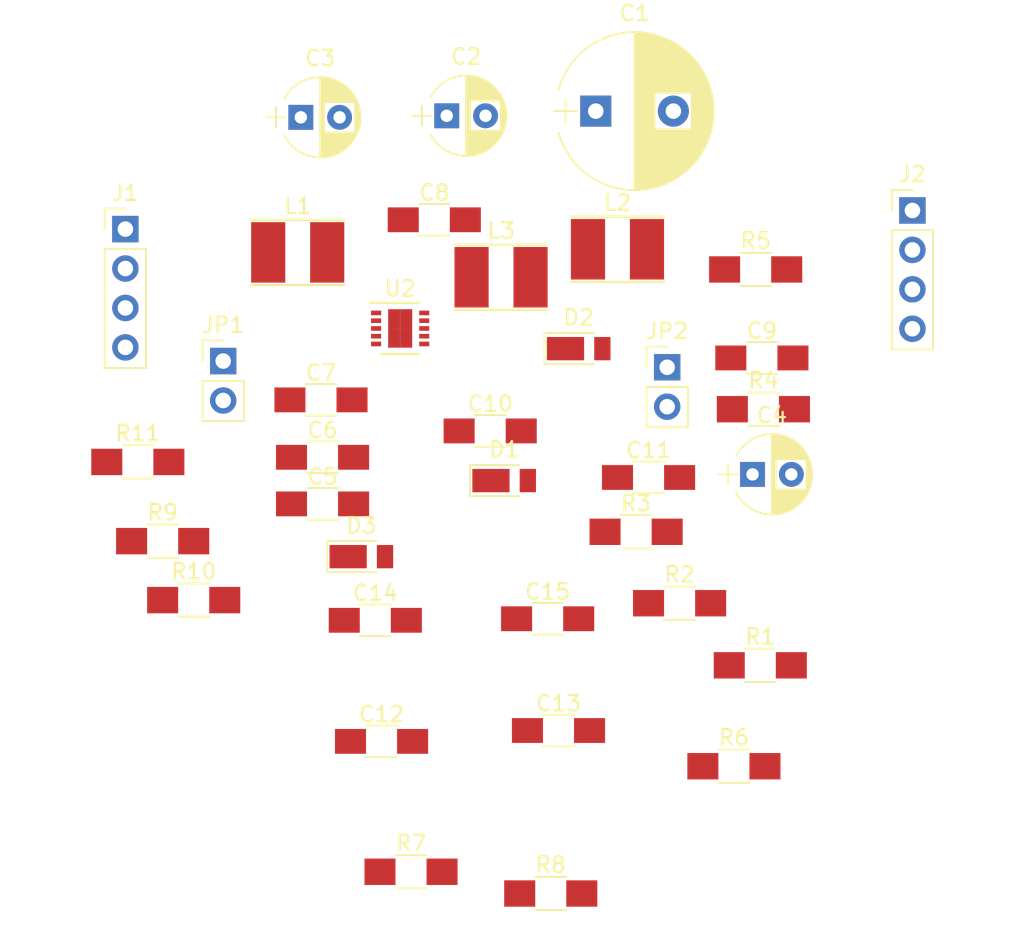
<source format=kicad_pcb>
(kicad_pcb (version 4) (host pcbnew 4.0.6)

  (general
    (links 70)
    (no_connects 70)
    (area 0 0 0 0)
    (thickness 1.6)
    (drawings 0)
    (tracks 0)
    (zones 0)
    (modules 37)
    (nets 20)
  )

  (page A4)
  (layers
    (0 F.Cu signal)
    (31 B.Cu signal)
    (32 B.Adhes user)
    (33 F.Adhes user)
    (34 B.Paste user)
    (35 F.Paste user)
    (36 B.SilkS user)
    (37 F.SilkS user)
    (38 B.Mask user)
    (39 F.Mask user)
    (40 Dwgs.User user)
    (41 Cmts.User user)
    (42 Eco1.User user)
    (43 Eco2.User user)
    (44 Edge.Cuts user)
    (45 Margin user)
    (46 B.CrtYd user)
    (47 F.CrtYd user)
    (48 B.Fab user)
    (49 F.Fab user)
  )

  (setup
    (last_trace_width 0.25)
    (trace_clearance 0.2)
    (zone_clearance 0.508)
    (zone_45_only no)
    (trace_min 0.2)
    (segment_width 0.2)
    (edge_width 0.15)
    (via_size 0.6)
    (via_drill 0.4)
    (via_min_size 0.4)
    (via_min_drill 0.3)
    (uvia_size 0.3)
    (uvia_drill 0.1)
    (uvias_allowed no)
    (uvia_min_size 0.2)
    (uvia_min_drill 0.1)
    (pcb_text_width 0.3)
    (pcb_text_size 1.5 1.5)
    (mod_edge_width 0.15)
    (mod_text_size 1 1)
    (mod_text_width 0.15)
    (pad_size 1.524 1.524)
    (pad_drill 0.762)
    (pad_to_mask_clearance 0.2)
    (aux_axis_origin 0 0)
    (visible_elements FFFFFF7F)
    (pcbplotparams
      (layerselection 0x00030_80000001)
      (usegerberextensions false)
      (excludeedgelayer true)
      (linewidth 0.100000)
      (plotframeref false)
      (viasonmask false)
      (mode 1)
      (useauxorigin false)
      (hpglpennumber 1)
      (hpglpenspeed 20)
      (hpglpendiameter 15)
      (hpglpenoverlay 2)
      (psnegative false)
      (psa4output false)
      (plotreference true)
      (plotvalue true)
      (plotinvisibletext false)
      (padsonsilk false)
      (subtractmaskfromsilk false)
      (outputformat 1)
      (mirror false)
      (drillshape 1)
      (scaleselection 1)
      (outputdirectory ""))
  )

  (net 0 "")
  (net 1 +5V)
  (net 2 GND)
  (net 3 +3.3V)
  (net 4 -12V)
  (net 5 "Net-(C8-Pad1)")
  (net 6 "Net-(C9-Pad1)")
  (net 7 "Net-(C10-Pad1)")
  (net 8 "Net-(C10-Pad2)")
  (net 9 +12V)
  (net 10 "Net-(C12-Pad1)")
  (net 11 "Net-(C13-Pad2)")
  (net 12 "Net-(C14-Pad2)")
  (net 13 "Net-(C15-Pad2)")
  (net 14 "Net-(D2-Pad2)")
  (net 15 "Net-(JP1-Pad2)")
  (net 16 "Net-(JP2-Pad2)")
  (net 17 "Net-(R1-Pad1)")
  (net 18 "Net-(R2-Pad2)")
  (net 19 "Net-(R10-Pad2)")

  (net_class Default "Ceci est la Netclass par défaut"
    (clearance 0.2)
    (trace_width 0.25)
    (via_dia 0.6)
    (via_drill 0.4)
    (uvia_dia 0.3)
    (uvia_drill 0.1)
    (add_net +12V)
    (add_net +3.3V)
    (add_net +5V)
    (add_net -12V)
    (add_net GND)
    (add_net "Net-(C10-Pad1)")
    (add_net "Net-(C10-Pad2)")
    (add_net "Net-(C12-Pad1)")
    (add_net "Net-(C13-Pad2)")
    (add_net "Net-(C14-Pad2)")
    (add_net "Net-(C15-Pad2)")
    (add_net "Net-(C8-Pad1)")
    (add_net "Net-(C9-Pad1)")
    (add_net "Net-(D2-Pad2)")
    (add_net "Net-(JP1-Pad2)")
    (add_net "Net-(JP2-Pad2)")
    (add_net "Net-(R1-Pad1)")
    (add_net "Net-(R10-Pad2)")
    (add_net "Net-(R2-Pad2)")
  )

  (module Capacitors_THT:CP_Radial_D10.0mm_P5.00mm (layer F.Cu) (tedit 597BC7C2) (tstamp 5BFA3ED5)
    (at 159 89.8)
    (descr "CP, Radial series, Radial, pin pitch=5.00mm, , diameter=10mm, Electrolytic Capacitor")
    (tags "CP Radial series Radial pin pitch 5.00mm  diameter 10mm Electrolytic Capacitor")
    (path /5BFA2DB0)
    (fp_text reference C1 (at 2.5 -6.31) (layer F.SilkS)
      (effects (font (size 1 1) (thickness 0.15)))
    )
    (fp_text value CP (at 2.5 6.31) (layer F.Fab)
      (effects (font (size 1 1) (thickness 0.15)))
    )
    (fp_arc (start 2.5 0) (end -2.399357 -1.38) (angle 148.5) (layer F.SilkS) (width 0.12))
    (fp_arc (start 2.5 0) (end -2.399357 1.38) (angle -148.5) (layer F.SilkS) (width 0.12))
    (fp_arc (start 2.5 0) (end 7.399357 -1.38) (angle 31.5) (layer F.SilkS) (width 0.12))
    (fp_circle (center 2.5 0) (end 7.5 0) (layer F.Fab) (width 0.1))
    (fp_line (start -2.7 0) (end -1.2 0) (layer F.Fab) (width 0.1))
    (fp_line (start -1.95 -0.75) (end -1.95 0.75) (layer F.Fab) (width 0.1))
    (fp_line (start 2.5 -5.05) (end 2.5 5.05) (layer F.SilkS) (width 0.12))
    (fp_line (start 2.54 -5.05) (end 2.54 5.05) (layer F.SilkS) (width 0.12))
    (fp_line (start 2.58 -5.05) (end 2.58 5.05) (layer F.SilkS) (width 0.12))
    (fp_line (start 2.62 -5.049) (end 2.62 5.049) (layer F.SilkS) (width 0.12))
    (fp_line (start 2.66 -5.048) (end 2.66 5.048) (layer F.SilkS) (width 0.12))
    (fp_line (start 2.7 -5.047) (end 2.7 5.047) (layer F.SilkS) (width 0.12))
    (fp_line (start 2.74 -5.045) (end 2.74 5.045) (layer F.SilkS) (width 0.12))
    (fp_line (start 2.78 -5.043) (end 2.78 5.043) (layer F.SilkS) (width 0.12))
    (fp_line (start 2.82 -5.04) (end 2.82 5.04) (layer F.SilkS) (width 0.12))
    (fp_line (start 2.86 -5.038) (end 2.86 5.038) (layer F.SilkS) (width 0.12))
    (fp_line (start 2.9 -5.035) (end 2.9 5.035) (layer F.SilkS) (width 0.12))
    (fp_line (start 2.94 -5.031) (end 2.94 5.031) (layer F.SilkS) (width 0.12))
    (fp_line (start 2.98 -5.028) (end 2.98 5.028) (layer F.SilkS) (width 0.12))
    (fp_line (start 3.02 -5.024) (end 3.02 5.024) (layer F.SilkS) (width 0.12))
    (fp_line (start 3.06 -5.02) (end 3.06 5.02) (layer F.SilkS) (width 0.12))
    (fp_line (start 3.1 -5.015) (end 3.1 5.015) (layer F.SilkS) (width 0.12))
    (fp_line (start 3.14 -5.01) (end 3.14 5.01) (layer F.SilkS) (width 0.12))
    (fp_line (start 3.18 -5.005) (end 3.18 5.005) (layer F.SilkS) (width 0.12))
    (fp_line (start 3.221 -4.999) (end 3.221 4.999) (layer F.SilkS) (width 0.12))
    (fp_line (start 3.261 -4.993) (end 3.261 4.993) (layer F.SilkS) (width 0.12))
    (fp_line (start 3.301 -4.987) (end 3.301 4.987) (layer F.SilkS) (width 0.12))
    (fp_line (start 3.341 -4.981) (end 3.341 4.981) (layer F.SilkS) (width 0.12))
    (fp_line (start 3.381 -4.974) (end 3.381 4.974) (layer F.SilkS) (width 0.12))
    (fp_line (start 3.421 -4.967) (end 3.421 4.967) (layer F.SilkS) (width 0.12))
    (fp_line (start 3.461 -4.959) (end 3.461 4.959) (layer F.SilkS) (width 0.12))
    (fp_line (start 3.501 -4.951) (end 3.501 4.951) (layer F.SilkS) (width 0.12))
    (fp_line (start 3.541 -4.943) (end 3.541 4.943) (layer F.SilkS) (width 0.12))
    (fp_line (start 3.581 -4.935) (end 3.581 4.935) (layer F.SilkS) (width 0.12))
    (fp_line (start 3.621 -4.926) (end 3.621 4.926) (layer F.SilkS) (width 0.12))
    (fp_line (start 3.661 -4.917) (end 3.661 4.917) (layer F.SilkS) (width 0.12))
    (fp_line (start 3.701 -4.907) (end 3.701 4.907) (layer F.SilkS) (width 0.12))
    (fp_line (start 3.741 -4.897) (end 3.741 4.897) (layer F.SilkS) (width 0.12))
    (fp_line (start 3.781 -4.887) (end 3.781 4.887) (layer F.SilkS) (width 0.12))
    (fp_line (start 3.821 -4.876) (end 3.821 -1.181) (layer F.SilkS) (width 0.12))
    (fp_line (start 3.821 1.181) (end 3.821 4.876) (layer F.SilkS) (width 0.12))
    (fp_line (start 3.861 -4.865) (end 3.861 -1.181) (layer F.SilkS) (width 0.12))
    (fp_line (start 3.861 1.181) (end 3.861 4.865) (layer F.SilkS) (width 0.12))
    (fp_line (start 3.901 -4.854) (end 3.901 -1.181) (layer F.SilkS) (width 0.12))
    (fp_line (start 3.901 1.181) (end 3.901 4.854) (layer F.SilkS) (width 0.12))
    (fp_line (start 3.941 -4.843) (end 3.941 -1.181) (layer F.SilkS) (width 0.12))
    (fp_line (start 3.941 1.181) (end 3.941 4.843) (layer F.SilkS) (width 0.12))
    (fp_line (start 3.981 -4.831) (end 3.981 -1.181) (layer F.SilkS) (width 0.12))
    (fp_line (start 3.981 1.181) (end 3.981 4.831) (layer F.SilkS) (width 0.12))
    (fp_line (start 4.021 -4.818) (end 4.021 -1.181) (layer F.SilkS) (width 0.12))
    (fp_line (start 4.021 1.181) (end 4.021 4.818) (layer F.SilkS) (width 0.12))
    (fp_line (start 4.061 -4.806) (end 4.061 -1.181) (layer F.SilkS) (width 0.12))
    (fp_line (start 4.061 1.181) (end 4.061 4.806) (layer F.SilkS) (width 0.12))
    (fp_line (start 4.101 -4.792) (end 4.101 -1.181) (layer F.SilkS) (width 0.12))
    (fp_line (start 4.101 1.181) (end 4.101 4.792) (layer F.SilkS) (width 0.12))
    (fp_line (start 4.141 -4.779) (end 4.141 -1.181) (layer F.SilkS) (width 0.12))
    (fp_line (start 4.141 1.181) (end 4.141 4.779) (layer F.SilkS) (width 0.12))
    (fp_line (start 4.181 -4.765) (end 4.181 -1.181) (layer F.SilkS) (width 0.12))
    (fp_line (start 4.181 1.181) (end 4.181 4.765) (layer F.SilkS) (width 0.12))
    (fp_line (start 4.221 -4.751) (end 4.221 -1.181) (layer F.SilkS) (width 0.12))
    (fp_line (start 4.221 1.181) (end 4.221 4.751) (layer F.SilkS) (width 0.12))
    (fp_line (start 4.261 -4.737) (end 4.261 -1.181) (layer F.SilkS) (width 0.12))
    (fp_line (start 4.261 1.181) (end 4.261 4.737) (layer F.SilkS) (width 0.12))
    (fp_line (start 4.301 -4.722) (end 4.301 -1.181) (layer F.SilkS) (width 0.12))
    (fp_line (start 4.301 1.181) (end 4.301 4.722) (layer F.SilkS) (width 0.12))
    (fp_line (start 4.341 -4.706) (end 4.341 -1.181) (layer F.SilkS) (width 0.12))
    (fp_line (start 4.341 1.181) (end 4.341 4.706) (layer F.SilkS) (width 0.12))
    (fp_line (start 4.381 -4.691) (end 4.381 -1.181) (layer F.SilkS) (width 0.12))
    (fp_line (start 4.381 1.181) (end 4.381 4.691) (layer F.SilkS) (width 0.12))
    (fp_line (start 4.421 -4.674) (end 4.421 -1.181) (layer F.SilkS) (width 0.12))
    (fp_line (start 4.421 1.181) (end 4.421 4.674) (layer F.SilkS) (width 0.12))
    (fp_line (start 4.461 -4.658) (end 4.461 -1.181) (layer F.SilkS) (width 0.12))
    (fp_line (start 4.461 1.181) (end 4.461 4.658) (layer F.SilkS) (width 0.12))
    (fp_line (start 4.501 -4.641) (end 4.501 -1.181) (layer F.SilkS) (width 0.12))
    (fp_line (start 4.501 1.181) (end 4.501 4.641) (layer F.SilkS) (width 0.12))
    (fp_line (start 4.541 -4.624) (end 4.541 -1.181) (layer F.SilkS) (width 0.12))
    (fp_line (start 4.541 1.181) (end 4.541 4.624) (layer F.SilkS) (width 0.12))
    (fp_line (start 4.581 -4.606) (end 4.581 -1.181) (layer F.SilkS) (width 0.12))
    (fp_line (start 4.581 1.181) (end 4.581 4.606) (layer F.SilkS) (width 0.12))
    (fp_line (start 4.621 -4.588) (end 4.621 -1.181) (layer F.SilkS) (width 0.12))
    (fp_line (start 4.621 1.181) (end 4.621 4.588) (layer F.SilkS) (width 0.12))
    (fp_line (start 4.661 -4.569) (end 4.661 -1.181) (layer F.SilkS) (width 0.12))
    (fp_line (start 4.661 1.181) (end 4.661 4.569) (layer F.SilkS) (width 0.12))
    (fp_line (start 4.701 -4.55) (end 4.701 -1.181) (layer F.SilkS) (width 0.12))
    (fp_line (start 4.701 1.181) (end 4.701 4.55) (layer F.SilkS) (width 0.12))
    (fp_line (start 4.741 -4.531) (end 4.741 -1.181) (layer F.SilkS) (width 0.12))
    (fp_line (start 4.741 1.181) (end 4.741 4.531) (layer F.SilkS) (width 0.12))
    (fp_line (start 4.781 -4.511) (end 4.781 -1.181) (layer F.SilkS) (width 0.12))
    (fp_line (start 4.781 1.181) (end 4.781 4.511) (layer F.SilkS) (width 0.12))
    (fp_line (start 4.821 -4.491) (end 4.821 -1.181) (layer F.SilkS) (width 0.12))
    (fp_line (start 4.821 1.181) (end 4.821 4.491) (layer F.SilkS) (width 0.12))
    (fp_line (start 4.861 -4.47) (end 4.861 -1.181) (layer F.SilkS) (width 0.12))
    (fp_line (start 4.861 1.181) (end 4.861 4.47) (layer F.SilkS) (width 0.12))
    (fp_line (start 4.901 -4.449) (end 4.901 -1.181) (layer F.SilkS) (width 0.12))
    (fp_line (start 4.901 1.181) (end 4.901 4.449) (layer F.SilkS) (width 0.12))
    (fp_line (start 4.941 -4.428) (end 4.941 -1.181) (layer F.SilkS) (width 0.12))
    (fp_line (start 4.941 1.181) (end 4.941 4.428) (layer F.SilkS) (width 0.12))
    (fp_line (start 4.981 -4.405) (end 4.981 -1.181) (layer F.SilkS) (width 0.12))
    (fp_line (start 4.981 1.181) (end 4.981 4.405) (layer F.SilkS) (width 0.12))
    (fp_line (start 5.021 -4.383) (end 5.021 -1.181) (layer F.SilkS) (width 0.12))
    (fp_line (start 5.021 1.181) (end 5.021 4.383) (layer F.SilkS) (width 0.12))
    (fp_line (start 5.061 -4.36) (end 5.061 -1.181) (layer F.SilkS) (width 0.12))
    (fp_line (start 5.061 1.181) (end 5.061 4.36) (layer F.SilkS) (width 0.12))
    (fp_line (start 5.101 -4.336) (end 5.101 -1.181) (layer F.SilkS) (width 0.12))
    (fp_line (start 5.101 1.181) (end 5.101 4.336) (layer F.SilkS) (width 0.12))
    (fp_line (start 5.141 -4.312) (end 5.141 -1.181) (layer F.SilkS) (width 0.12))
    (fp_line (start 5.141 1.181) (end 5.141 4.312) (layer F.SilkS) (width 0.12))
    (fp_line (start 5.181 -4.288) (end 5.181 -1.181) (layer F.SilkS) (width 0.12))
    (fp_line (start 5.181 1.181) (end 5.181 4.288) (layer F.SilkS) (width 0.12))
    (fp_line (start 5.221 -4.263) (end 5.221 -1.181) (layer F.SilkS) (width 0.12))
    (fp_line (start 5.221 1.181) (end 5.221 4.263) (layer F.SilkS) (width 0.12))
    (fp_line (start 5.261 -4.237) (end 5.261 -1.181) (layer F.SilkS) (width 0.12))
    (fp_line (start 5.261 1.181) (end 5.261 4.237) (layer F.SilkS) (width 0.12))
    (fp_line (start 5.301 -4.211) (end 5.301 -1.181) (layer F.SilkS) (width 0.12))
    (fp_line (start 5.301 1.181) (end 5.301 4.211) (layer F.SilkS) (width 0.12))
    (fp_line (start 5.341 -4.185) (end 5.341 -1.181) (layer F.SilkS) (width 0.12))
    (fp_line (start 5.341 1.181) (end 5.341 4.185) (layer F.SilkS) (width 0.12))
    (fp_line (start 5.381 -4.157) (end 5.381 -1.181) (layer F.SilkS) (width 0.12))
    (fp_line (start 5.381 1.181) (end 5.381 4.157) (layer F.SilkS) (width 0.12))
    (fp_line (start 5.421 -4.13) (end 5.421 -1.181) (layer F.SilkS) (width 0.12))
    (fp_line (start 5.421 1.181) (end 5.421 4.13) (layer F.SilkS) (width 0.12))
    (fp_line (start 5.461 -4.101) (end 5.461 -1.181) (layer F.SilkS) (width 0.12))
    (fp_line (start 5.461 1.181) (end 5.461 4.101) (layer F.SilkS) (width 0.12))
    (fp_line (start 5.501 -4.072) (end 5.501 -1.181) (layer F.SilkS) (width 0.12))
    (fp_line (start 5.501 1.181) (end 5.501 4.072) (layer F.SilkS) (width 0.12))
    (fp_line (start 5.541 -4.043) (end 5.541 -1.181) (layer F.SilkS) (width 0.12))
    (fp_line (start 5.541 1.181) (end 5.541 4.043) (layer F.SilkS) (width 0.12))
    (fp_line (start 5.581 -4.013) (end 5.581 -1.181) (layer F.SilkS) (width 0.12))
    (fp_line (start 5.581 1.181) (end 5.581 4.013) (layer F.SilkS) (width 0.12))
    (fp_line (start 5.621 -3.982) (end 5.621 -1.181) (layer F.SilkS) (width 0.12))
    (fp_line (start 5.621 1.181) (end 5.621 3.982) (layer F.SilkS) (width 0.12))
    (fp_line (start 5.661 -3.951) (end 5.661 -1.181) (layer F.SilkS) (width 0.12))
    (fp_line (start 5.661 1.181) (end 5.661 3.951) (layer F.SilkS) (width 0.12))
    (fp_line (start 5.701 -3.919) (end 5.701 -1.181) (layer F.SilkS) (width 0.12))
    (fp_line (start 5.701 1.181) (end 5.701 3.919) (layer F.SilkS) (width 0.12))
    (fp_line (start 5.741 -3.886) (end 5.741 -1.181) (layer F.SilkS) (width 0.12))
    (fp_line (start 5.741 1.181) (end 5.741 3.886) (layer F.SilkS) (width 0.12))
    (fp_line (start 5.781 -3.853) (end 5.781 -1.181) (layer F.SilkS) (width 0.12))
    (fp_line (start 5.781 1.181) (end 5.781 3.853) (layer F.SilkS) (width 0.12))
    (fp_line (start 5.821 -3.819) (end 5.821 -1.181) (layer F.SilkS) (width 0.12))
    (fp_line (start 5.821 1.181) (end 5.821 3.819) (layer F.SilkS) (width 0.12))
    (fp_line (start 5.861 -3.784) (end 5.861 -1.181) (layer F.SilkS) (width 0.12))
    (fp_line (start 5.861 1.181) (end 5.861 3.784) (layer F.SilkS) (width 0.12))
    (fp_line (start 5.901 -3.748) (end 5.901 -1.181) (layer F.SilkS) (width 0.12))
    (fp_line (start 5.901 1.181) (end 5.901 3.748) (layer F.SilkS) (width 0.12))
    (fp_line (start 5.941 -3.712) (end 5.941 -1.181) (layer F.SilkS) (width 0.12))
    (fp_line (start 5.941 1.181) (end 5.941 3.712) (layer F.SilkS) (width 0.12))
    (fp_line (start 5.981 -3.675) (end 5.981 -1.181) (layer F.SilkS) (width 0.12))
    (fp_line (start 5.981 1.181) (end 5.981 3.675) (layer F.SilkS) (width 0.12))
    (fp_line (start 6.021 -3.637) (end 6.021 -1.181) (layer F.SilkS) (width 0.12))
    (fp_line (start 6.021 1.181) (end 6.021 3.637) (layer F.SilkS) (width 0.12))
    (fp_line (start 6.061 -3.598) (end 6.061 -1.181) (layer F.SilkS) (width 0.12))
    (fp_line (start 6.061 1.181) (end 6.061 3.598) (layer F.SilkS) (width 0.12))
    (fp_line (start 6.101 -3.559) (end 6.101 -1.181) (layer F.SilkS) (width 0.12))
    (fp_line (start 6.101 1.181) (end 6.101 3.559) (layer F.SilkS) (width 0.12))
    (fp_line (start 6.141 -3.518) (end 6.141 -1.181) (layer F.SilkS) (width 0.12))
    (fp_line (start 6.141 1.181) (end 6.141 3.518) (layer F.SilkS) (width 0.12))
    (fp_line (start 6.181 -3.477) (end 6.181 3.477) (layer F.SilkS) (width 0.12))
    (fp_line (start 6.221 -3.435) (end 6.221 3.435) (layer F.SilkS) (width 0.12))
    (fp_line (start 6.261 -3.391) (end 6.261 3.391) (layer F.SilkS) (width 0.12))
    (fp_line (start 6.301 -3.347) (end 6.301 3.347) (layer F.SilkS) (width 0.12))
    (fp_line (start 6.341 -3.302) (end 6.341 3.302) (layer F.SilkS) (width 0.12))
    (fp_line (start 6.381 -3.255) (end 6.381 3.255) (layer F.SilkS) (width 0.12))
    (fp_line (start 6.421 -3.207) (end 6.421 3.207) (layer F.SilkS) (width 0.12))
    (fp_line (start 6.461 -3.158) (end 6.461 3.158) (layer F.SilkS) (width 0.12))
    (fp_line (start 6.501 -3.108) (end 6.501 3.108) (layer F.SilkS) (width 0.12))
    (fp_line (start 6.541 -3.057) (end 6.541 3.057) (layer F.SilkS) (width 0.12))
    (fp_line (start 6.581 -3.004) (end 6.581 3.004) (layer F.SilkS) (width 0.12))
    (fp_line (start 6.621 -2.949) (end 6.621 2.949) (layer F.SilkS) (width 0.12))
    (fp_line (start 6.661 -2.894) (end 6.661 2.894) (layer F.SilkS) (width 0.12))
    (fp_line (start 6.701 -2.836) (end 6.701 2.836) (layer F.SilkS) (width 0.12))
    (fp_line (start 6.741 -2.777) (end 6.741 2.777) (layer F.SilkS) (width 0.12))
    (fp_line (start 6.781 -2.715) (end 6.781 2.715) (layer F.SilkS) (width 0.12))
    (fp_line (start 6.821 -2.652) (end 6.821 2.652) (layer F.SilkS) (width 0.12))
    (fp_line (start 6.861 -2.587) (end 6.861 2.587) (layer F.SilkS) (width 0.12))
    (fp_line (start 6.901 -2.519) (end 6.901 2.519) (layer F.SilkS) (width 0.12))
    (fp_line (start 6.941 -2.449) (end 6.941 2.449) (layer F.SilkS) (width 0.12))
    (fp_line (start 6.981 -2.377) (end 6.981 2.377) (layer F.SilkS) (width 0.12))
    (fp_line (start 7.021 -2.301) (end 7.021 2.301) (layer F.SilkS) (width 0.12))
    (fp_line (start 7.061 -2.222) (end 7.061 2.222) (layer F.SilkS) (width 0.12))
    (fp_line (start 7.101 -2.14) (end 7.101 2.14) (layer F.SilkS) (width 0.12))
    (fp_line (start 7.141 -2.053) (end 7.141 2.053) (layer F.SilkS) (width 0.12))
    (fp_line (start 7.181 -1.962) (end 7.181 1.962) (layer F.SilkS) (width 0.12))
    (fp_line (start 7.221 -1.866) (end 7.221 1.866) (layer F.SilkS) (width 0.12))
    (fp_line (start 7.261 -1.763) (end 7.261 1.763) (layer F.SilkS) (width 0.12))
    (fp_line (start 7.301 -1.654) (end 7.301 1.654) (layer F.SilkS) (width 0.12))
    (fp_line (start 7.341 -1.536) (end 7.341 1.536) (layer F.SilkS) (width 0.12))
    (fp_line (start 7.381 -1.407) (end 7.381 1.407) (layer F.SilkS) (width 0.12))
    (fp_line (start 7.421 -1.265) (end 7.421 1.265) (layer F.SilkS) (width 0.12))
    (fp_line (start 7.461 -1.104) (end 7.461 1.104) (layer F.SilkS) (width 0.12))
    (fp_line (start 7.501 -0.913) (end 7.501 0.913) (layer F.SilkS) (width 0.12))
    (fp_line (start 7.541 -0.672) (end 7.541 0.672) (layer F.SilkS) (width 0.12))
    (fp_line (start 7.581 -0.279) (end 7.581 0.279) (layer F.SilkS) (width 0.12))
    (fp_line (start -2.7 0) (end -1.2 0) (layer F.SilkS) (width 0.12))
    (fp_line (start -1.95 -0.75) (end -1.95 0.75) (layer F.SilkS) (width 0.12))
    (fp_line (start -2.85 -5.35) (end -2.85 5.35) (layer F.CrtYd) (width 0.05))
    (fp_line (start -2.85 5.35) (end 7.85 5.35) (layer F.CrtYd) (width 0.05))
    (fp_line (start 7.85 5.35) (end 7.85 -5.35) (layer F.CrtYd) (width 0.05))
    (fp_line (start 7.85 -5.35) (end -2.85 -5.35) (layer F.CrtYd) (width 0.05))
    (fp_text user %R (at 2.5 0) (layer F.Fab)
      (effects (font (size 1 1) (thickness 0.15)))
    )
    (pad 1 thru_hole rect (at 0 0) (size 2 2) (drill 1) (layers *.Cu *.Mask)
      (net 1 +5V))
    (pad 2 thru_hole circle (at 5 0) (size 2 2) (drill 1) (layers *.Cu *.Mask)
      (net 2 GND))
    (model ${KISYS3DMOD}/Capacitors_THT.3dshapes/CP_Radial_D10.0mm_P5.00mm.wrl
      (at (xyz 0 0 0))
      (scale (xyz 1 1 1))
      (rotate (xyz 0 0 0))
    )
  )

  (module Capacitors_THT:CP_Radial_D5.0mm_P2.50mm (layer F.Cu) (tedit 597BC7C2) (tstamp 5BFA3EDB)
    (at 149.4 90.1)
    (descr "CP, Radial series, Radial, pin pitch=2.50mm, , diameter=5mm, Electrolytic Capacitor")
    (tags "CP Radial series Radial pin pitch 2.50mm  diameter 5mm Electrolytic Capacitor")
    (path /5BFA2D0E)
    (fp_text reference C2 (at 1.25 -3.81) (layer F.SilkS)
      (effects (font (size 1 1) (thickness 0.15)))
    )
    (fp_text value CP (at 1.25 3.81) (layer F.Fab)
      (effects (font (size 1 1) (thickness 0.15)))
    )
    (fp_arc (start 1.25 0) (end -1.05558 -1.18) (angle 125.8) (layer F.SilkS) (width 0.12))
    (fp_arc (start 1.25 0) (end -1.05558 1.18) (angle -125.8) (layer F.SilkS) (width 0.12))
    (fp_arc (start 1.25 0) (end 3.55558 -1.18) (angle 54.2) (layer F.SilkS) (width 0.12))
    (fp_circle (center 1.25 0) (end 3.75 0) (layer F.Fab) (width 0.1))
    (fp_line (start -2.2 0) (end -1 0) (layer F.Fab) (width 0.1))
    (fp_line (start -1.6 -0.65) (end -1.6 0.65) (layer F.Fab) (width 0.1))
    (fp_line (start 1.25 -2.55) (end 1.25 2.55) (layer F.SilkS) (width 0.12))
    (fp_line (start 1.29 -2.55) (end 1.29 2.55) (layer F.SilkS) (width 0.12))
    (fp_line (start 1.33 -2.549) (end 1.33 2.549) (layer F.SilkS) (width 0.12))
    (fp_line (start 1.37 -2.548) (end 1.37 2.548) (layer F.SilkS) (width 0.12))
    (fp_line (start 1.41 -2.546) (end 1.41 2.546) (layer F.SilkS) (width 0.12))
    (fp_line (start 1.45 -2.543) (end 1.45 2.543) (layer F.SilkS) (width 0.12))
    (fp_line (start 1.49 -2.539) (end 1.49 2.539) (layer F.SilkS) (width 0.12))
    (fp_line (start 1.53 -2.535) (end 1.53 -0.98) (layer F.SilkS) (width 0.12))
    (fp_line (start 1.53 0.98) (end 1.53 2.535) (layer F.SilkS) (width 0.12))
    (fp_line (start 1.57 -2.531) (end 1.57 -0.98) (layer F.SilkS) (width 0.12))
    (fp_line (start 1.57 0.98) (end 1.57 2.531) (layer F.SilkS) (width 0.12))
    (fp_line (start 1.61 -2.525) (end 1.61 -0.98) (layer F.SilkS) (width 0.12))
    (fp_line (start 1.61 0.98) (end 1.61 2.525) (layer F.SilkS) (width 0.12))
    (fp_line (start 1.65 -2.519) (end 1.65 -0.98) (layer F.SilkS) (width 0.12))
    (fp_line (start 1.65 0.98) (end 1.65 2.519) (layer F.SilkS) (width 0.12))
    (fp_line (start 1.69 -2.513) (end 1.69 -0.98) (layer F.SilkS) (width 0.12))
    (fp_line (start 1.69 0.98) (end 1.69 2.513) (layer F.SilkS) (width 0.12))
    (fp_line (start 1.73 -2.506) (end 1.73 -0.98) (layer F.SilkS) (width 0.12))
    (fp_line (start 1.73 0.98) (end 1.73 2.506) (layer F.SilkS) (width 0.12))
    (fp_line (start 1.77 -2.498) (end 1.77 -0.98) (layer F.SilkS) (width 0.12))
    (fp_line (start 1.77 0.98) (end 1.77 2.498) (layer F.SilkS) (width 0.12))
    (fp_line (start 1.81 -2.489) (end 1.81 -0.98) (layer F.SilkS) (width 0.12))
    (fp_line (start 1.81 0.98) (end 1.81 2.489) (layer F.SilkS) (width 0.12))
    (fp_line (start 1.85 -2.48) (end 1.85 -0.98) (layer F.SilkS) (width 0.12))
    (fp_line (start 1.85 0.98) (end 1.85 2.48) (layer F.SilkS) (width 0.12))
    (fp_line (start 1.89 -2.47) (end 1.89 -0.98) (layer F.SilkS) (width 0.12))
    (fp_line (start 1.89 0.98) (end 1.89 2.47) (layer F.SilkS) (width 0.12))
    (fp_line (start 1.93 -2.46) (end 1.93 -0.98) (layer F.SilkS) (width 0.12))
    (fp_line (start 1.93 0.98) (end 1.93 2.46) (layer F.SilkS) (width 0.12))
    (fp_line (start 1.971 -2.448) (end 1.971 -0.98) (layer F.SilkS) (width 0.12))
    (fp_line (start 1.971 0.98) (end 1.971 2.448) (layer F.SilkS) (width 0.12))
    (fp_line (start 2.011 -2.436) (end 2.011 -0.98) (layer F.SilkS) (width 0.12))
    (fp_line (start 2.011 0.98) (end 2.011 2.436) (layer F.SilkS) (width 0.12))
    (fp_line (start 2.051 -2.424) (end 2.051 -0.98) (layer F.SilkS) (width 0.12))
    (fp_line (start 2.051 0.98) (end 2.051 2.424) (layer F.SilkS) (width 0.12))
    (fp_line (start 2.091 -2.41) (end 2.091 -0.98) (layer F.SilkS) (width 0.12))
    (fp_line (start 2.091 0.98) (end 2.091 2.41) (layer F.SilkS) (width 0.12))
    (fp_line (start 2.131 -2.396) (end 2.131 -0.98) (layer F.SilkS) (width 0.12))
    (fp_line (start 2.131 0.98) (end 2.131 2.396) (layer F.SilkS) (width 0.12))
    (fp_line (start 2.171 -2.382) (end 2.171 -0.98) (layer F.SilkS) (width 0.12))
    (fp_line (start 2.171 0.98) (end 2.171 2.382) (layer F.SilkS) (width 0.12))
    (fp_line (start 2.211 -2.366) (end 2.211 -0.98) (layer F.SilkS) (width 0.12))
    (fp_line (start 2.211 0.98) (end 2.211 2.366) (layer F.SilkS) (width 0.12))
    (fp_line (start 2.251 -2.35) (end 2.251 -0.98) (layer F.SilkS) (width 0.12))
    (fp_line (start 2.251 0.98) (end 2.251 2.35) (layer F.SilkS) (width 0.12))
    (fp_line (start 2.291 -2.333) (end 2.291 -0.98) (layer F.SilkS) (width 0.12))
    (fp_line (start 2.291 0.98) (end 2.291 2.333) (layer F.SilkS) (width 0.12))
    (fp_line (start 2.331 -2.315) (end 2.331 -0.98) (layer F.SilkS) (width 0.12))
    (fp_line (start 2.331 0.98) (end 2.331 2.315) (layer F.SilkS) (width 0.12))
    (fp_line (start 2.371 -2.296) (end 2.371 -0.98) (layer F.SilkS) (width 0.12))
    (fp_line (start 2.371 0.98) (end 2.371 2.296) (layer F.SilkS) (width 0.12))
    (fp_line (start 2.411 -2.276) (end 2.411 -0.98) (layer F.SilkS) (width 0.12))
    (fp_line (start 2.411 0.98) (end 2.411 2.276) (layer F.SilkS) (width 0.12))
    (fp_line (start 2.451 -2.256) (end 2.451 -0.98) (layer F.SilkS) (width 0.12))
    (fp_line (start 2.451 0.98) (end 2.451 2.256) (layer F.SilkS) (width 0.12))
    (fp_line (start 2.491 -2.234) (end 2.491 -0.98) (layer F.SilkS) (width 0.12))
    (fp_line (start 2.491 0.98) (end 2.491 2.234) (layer F.SilkS) (width 0.12))
    (fp_line (start 2.531 -2.212) (end 2.531 -0.98) (layer F.SilkS) (width 0.12))
    (fp_line (start 2.531 0.98) (end 2.531 2.212) (layer F.SilkS) (width 0.12))
    (fp_line (start 2.571 -2.189) (end 2.571 -0.98) (layer F.SilkS) (width 0.12))
    (fp_line (start 2.571 0.98) (end 2.571 2.189) (layer F.SilkS) (width 0.12))
    (fp_line (start 2.611 -2.165) (end 2.611 -0.98) (layer F.SilkS) (width 0.12))
    (fp_line (start 2.611 0.98) (end 2.611 2.165) (layer F.SilkS) (width 0.12))
    (fp_line (start 2.651 -2.14) (end 2.651 -0.98) (layer F.SilkS) (width 0.12))
    (fp_line (start 2.651 0.98) (end 2.651 2.14) (layer F.SilkS) (width 0.12))
    (fp_line (start 2.691 -2.113) (end 2.691 -0.98) (layer F.SilkS) (width 0.12))
    (fp_line (start 2.691 0.98) (end 2.691 2.113) (layer F.SilkS) (width 0.12))
    (fp_line (start 2.731 -2.086) (end 2.731 -0.98) (layer F.SilkS) (width 0.12))
    (fp_line (start 2.731 0.98) (end 2.731 2.086) (layer F.SilkS) (width 0.12))
    (fp_line (start 2.771 -2.058) (end 2.771 -0.98) (layer F.SilkS) (width 0.12))
    (fp_line (start 2.771 0.98) (end 2.771 2.058) (layer F.SilkS) (width 0.12))
    (fp_line (start 2.811 -2.028) (end 2.811 -0.98) (layer F.SilkS) (width 0.12))
    (fp_line (start 2.811 0.98) (end 2.811 2.028) (layer F.SilkS) (width 0.12))
    (fp_line (start 2.851 -1.997) (end 2.851 -0.98) (layer F.SilkS) (width 0.12))
    (fp_line (start 2.851 0.98) (end 2.851 1.997) (layer F.SilkS) (width 0.12))
    (fp_line (start 2.891 -1.965) (end 2.891 -0.98) (layer F.SilkS) (width 0.12))
    (fp_line (start 2.891 0.98) (end 2.891 1.965) (layer F.SilkS) (width 0.12))
    (fp_line (start 2.931 -1.932) (end 2.931 -0.98) (layer F.SilkS) (width 0.12))
    (fp_line (start 2.931 0.98) (end 2.931 1.932) (layer F.SilkS) (width 0.12))
    (fp_line (start 2.971 -1.897) (end 2.971 -0.98) (layer F.SilkS) (width 0.12))
    (fp_line (start 2.971 0.98) (end 2.971 1.897) (layer F.SilkS) (width 0.12))
    (fp_line (start 3.011 -1.861) (end 3.011 -0.98) (layer F.SilkS) (width 0.12))
    (fp_line (start 3.011 0.98) (end 3.011 1.861) (layer F.SilkS) (width 0.12))
    (fp_line (start 3.051 -1.823) (end 3.051 -0.98) (layer F.SilkS) (width 0.12))
    (fp_line (start 3.051 0.98) (end 3.051 1.823) (layer F.SilkS) (width 0.12))
    (fp_line (start 3.091 -1.783) (end 3.091 -0.98) (layer F.SilkS) (width 0.12))
    (fp_line (start 3.091 0.98) (end 3.091 1.783) (layer F.SilkS) (width 0.12))
    (fp_line (start 3.131 -1.742) (end 3.131 -0.98) (layer F.SilkS) (width 0.12))
    (fp_line (start 3.131 0.98) (end 3.131 1.742) (layer F.SilkS) (width 0.12))
    (fp_line (start 3.171 -1.699) (end 3.171 -0.98) (layer F.SilkS) (width 0.12))
    (fp_line (start 3.171 0.98) (end 3.171 1.699) (layer F.SilkS) (width 0.12))
    (fp_line (start 3.211 -1.654) (end 3.211 -0.98) (layer F.SilkS) (width 0.12))
    (fp_line (start 3.211 0.98) (end 3.211 1.654) (layer F.SilkS) (width 0.12))
    (fp_line (start 3.251 -1.606) (end 3.251 -0.98) (layer F.SilkS) (width 0.12))
    (fp_line (start 3.251 0.98) (end 3.251 1.606) (layer F.SilkS) (width 0.12))
    (fp_line (start 3.291 -1.556) (end 3.291 -0.98) (layer F.SilkS) (width 0.12))
    (fp_line (start 3.291 0.98) (end 3.291 1.556) (layer F.SilkS) (width 0.12))
    (fp_line (start 3.331 -1.504) (end 3.331 -0.98) (layer F.SilkS) (width 0.12))
    (fp_line (start 3.331 0.98) (end 3.331 1.504) (layer F.SilkS) (width 0.12))
    (fp_line (start 3.371 -1.448) (end 3.371 -0.98) (layer F.SilkS) (width 0.12))
    (fp_line (start 3.371 0.98) (end 3.371 1.448) (layer F.SilkS) (width 0.12))
    (fp_line (start 3.411 -1.39) (end 3.411 -0.98) (layer F.SilkS) (width 0.12))
    (fp_line (start 3.411 0.98) (end 3.411 1.39) (layer F.SilkS) (width 0.12))
    (fp_line (start 3.451 -1.327) (end 3.451 -0.98) (layer F.SilkS) (width 0.12))
    (fp_line (start 3.451 0.98) (end 3.451 1.327) (layer F.SilkS) (width 0.12))
    (fp_line (start 3.491 -1.261) (end 3.491 1.261) (layer F.SilkS) (width 0.12))
    (fp_line (start 3.531 -1.189) (end 3.531 1.189) (layer F.SilkS) (width 0.12))
    (fp_line (start 3.571 -1.112) (end 3.571 1.112) (layer F.SilkS) (width 0.12))
    (fp_line (start 3.611 -1.028) (end 3.611 1.028) (layer F.SilkS) (width 0.12))
    (fp_line (start 3.651 -0.934) (end 3.651 0.934) (layer F.SilkS) (width 0.12))
    (fp_line (start 3.691 -0.829) (end 3.691 0.829) (layer F.SilkS) (width 0.12))
    (fp_line (start 3.731 -0.707) (end 3.731 0.707) (layer F.SilkS) (width 0.12))
    (fp_line (start 3.771 -0.559) (end 3.771 0.559) (layer F.SilkS) (width 0.12))
    (fp_line (start 3.811 -0.354) (end 3.811 0.354) (layer F.SilkS) (width 0.12))
    (fp_line (start -2.2 0) (end -1 0) (layer F.SilkS) (width 0.12))
    (fp_line (start -1.6 -0.65) (end -1.6 0.65) (layer F.SilkS) (width 0.12))
    (fp_line (start -1.6 -2.85) (end -1.6 2.85) (layer F.CrtYd) (width 0.05))
    (fp_line (start -1.6 2.85) (end 4.1 2.85) (layer F.CrtYd) (width 0.05))
    (fp_line (start 4.1 2.85) (end 4.1 -2.85) (layer F.CrtYd) (width 0.05))
    (fp_line (start 4.1 -2.85) (end -1.6 -2.85) (layer F.CrtYd) (width 0.05))
    (fp_text user %R (at 1.25 0) (layer F.Fab)
      (effects (font (size 1 1) (thickness 0.15)))
    )
    (pad 1 thru_hole rect (at 0 0) (size 1.6 1.6) (drill 0.8) (layers *.Cu *.Mask)
      (net 1 +5V))
    (pad 2 thru_hole circle (at 2.5 0) (size 1.6 1.6) (drill 0.8) (layers *.Cu *.Mask)
      (net 2 GND))
    (model ${KISYS3DMOD}/Capacitors_THT.3dshapes/CP_Radial_D5.0mm_P2.50mm.wrl
      (at (xyz 0 0 0))
      (scale (xyz 1 1 1))
      (rotate (xyz 0 0 0))
    )
  )

  (module Capacitors_THT:CP_Radial_D5.0mm_P2.50mm (layer F.Cu) (tedit 597BC7C2) (tstamp 5BFA3EE1)
    (at 140 90.2)
    (descr "CP, Radial series, Radial, pin pitch=2.50mm, , diameter=5mm, Electrolytic Capacitor")
    (tags "CP Radial series Radial pin pitch 2.50mm  diameter 5mm Electrolytic Capacitor")
    (path /5BFA2DEC)
    (fp_text reference C3 (at 1.25 -3.81) (layer F.SilkS)
      (effects (font (size 1 1) (thickness 0.15)))
    )
    (fp_text value CP (at 1.25 3.81) (layer F.Fab)
      (effects (font (size 1 1) (thickness 0.15)))
    )
    (fp_arc (start 1.25 0) (end -1.05558 -1.18) (angle 125.8) (layer F.SilkS) (width 0.12))
    (fp_arc (start 1.25 0) (end -1.05558 1.18) (angle -125.8) (layer F.SilkS) (width 0.12))
    (fp_arc (start 1.25 0) (end 3.55558 -1.18) (angle 54.2) (layer F.SilkS) (width 0.12))
    (fp_circle (center 1.25 0) (end 3.75 0) (layer F.Fab) (width 0.1))
    (fp_line (start -2.2 0) (end -1 0) (layer F.Fab) (width 0.1))
    (fp_line (start -1.6 -0.65) (end -1.6 0.65) (layer F.Fab) (width 0.1))
    (fp_line (start 1.25 -2.55) (end 1.25 2.55) (layer F.SilkS) (width 0.12))
    (fp_line (start 1.29 -2.55) (end 1.29 2.55) (layer F.SilkS) (width 0.12))
    (fp_line (start 1.33 -2.549) (end 1.33 2.549) (layer F.SilkS) (width 0.12))
    (fp_line (start 1.37 -2.548) (end 1.37 2.548) (layer F.SilkS) (width 0.12))
    (fp_line (start 1.41 -2.546) (end 1.41 2.546) (layer F.SilkS) (width 0.12))
    (fp_line (start 1.45 -2.543) (end 1.45 2.543) (layer F.SilkS) (width 0.12))
    (fp_line (start 1.49 -2.539) (end 1.49 2.539) (layer F.SilkS) (width 0.12))
    (fp_line (start 1.53 -2.535) (end 1.53 -0.98) (layer F.SilkS) (width 0.12))
    (fp_line (start 1.53 0.98) (end 1.53 2.535) (layer F.SilkS) (width 0.12))
    (fp_line (start 1.57 -2.531) (end 1.57 -0.98) (layer F.SilkS) (width 0.12))
    (fp_line (start 1.57 0.98) (end 1.57 2.531) (layer F.SilkS) (width 0.12))
    (fp_line (start 1.61 -2.525) (end 1.61 -0.98) (layer F.SilkS) (width 0.12))
    (fp_line (start 1.61 0.98) (end 1.61 2.525) (layer F.SilkS) (width 0.12))
    (fp_line (start 1.65 -2.519) (end 1.65 -0.98) (layer F.SilkS) (width 0.12))
    (fp_line (start 1.65 0.98) (end 1.65 2.519) (layer F.SilkS) (width 0.12))
    (fp_line (start 1.69 -2.513) (end 1.69 -0.98) (layer F.SilkS) (width 0.12))
    (fp_line (start 1.69 0.98) (end 1.69 2.513) (layer F.SilkS) (width 0.12))
    (fp_line (start 1.73 -2.506) (end 1.73 -0.98) (layer F.SilkS) (width 0.12))
    (fp_line (start 1.73 0.98) (end 1.73 2.506) (layer F.SilkS) (width 0.12))
    (fp_line (start 1.77 -2.498) (end 1.77 -0.98) (layer F.SilkS) (width 0.12))
    (fp_line (start 1.77 0.98) (end 1.77 2.498) (layer F.SilkS) (width 0.12))
    (fp_line (start 1.81 -2.489) (end 1.81 -0.98) (layer F.SilkS) (width 0.12))
    (fp_line (start 1.81 0.98) (end 1.81 2.489) (layer F.SilkS) (width 0.12))
    (fp_line (start 1.85 -2.48) (end 1.85 -0.98) (layer F.SilkS) (width 0.12))
    (fp_line (start 1.85 0.98) (end 1.85 2.48) (layer F.SilkS) (width 0.12))
    (fp_line (start 1.89 -2.47) (end 1.89 -0.98) (layer F.SilkS) (width 0.12))
    (fp_line (start 1.89 0.98) (end 1.89 2.47) (layer F.SilkS) (width 0.12))
    (fp_line (start 1.93 -2.46) (end 1.93 -0.98) (layer F.SilkS) (width 0.12))
    (fp_line (start 1.93 0.98) (end 1.93 2.46) (layer F.SilkS) (width 0.12))
    (fp_line (start 1.971 -2.448) (end 1.971 -0.98) (layer F.SilkS) (width 0.12))
    (fp_line (start 1.971 0.98) (end 1.971 2.448) (layer F.SilkS) (width 0.12))
    (fp_line (start 2.011 -2.436) (end 2.011 -0.98) (layer F.SilkS) (width 0.12))
    (fp_line (start 2.011 0.98) (end 2.011 2.436) (layer F.SilkS) (width 0.12))
    (fp_line (start 2.051 -2.424) (end 2.051 -0.98) (layer F.SilkS) (width 0.12))
    (fp_line (start 2.051 0.98) (end 2.051 2.424) (layer F.SilkS) (width 0.12))
    (fp_line (start 2.091 -2.41) (end 2.091 -0.98) (layer F.SilkS) (width 0.12))
    (fp_line (start 2.091 0.98) (end 2.091 2.41) (layer F.SilkS) (width 0.12))
    (fp_line (start 2.131 -2.396) (end 2.131 -0.98) (layer F.SilkS) (width 0.12))
    (fp_line (start 2.131 0.98) (end 2.131 2.396) (layer F.SilkS) (width 0.12))
    (fp_line (start 2.171 -2.382) (end 2.171 -0.98) (layer F.SilkS) (width 0.12))
    (fp_line (start 2.171 0.98) (end 2.171 2.382) (layer F.SilkS) (width 0.12))
    (fp_line (start 2.211 -2.366) (end 2.211 -0.98) (layer F.SilkS) (width 0.12))
    (fp_line (start 2.211 0.98) (end 2.211 2.366) (layer F.SilkS) (width 0.12))
    (fp_line (start 2.251 -2.35) (end 2.251 -0.98) (layer F.SilkS) (width 0.12))
    (fp_line (start 2.251 0.98) (end 2.251 2.35) (layer F.SilkS) (width 0.12))
    (fp_line (start 2.291 -2.333) (end 2.291 -0.98) (layer F.SilkS) (width 0.12))
    (fp_line (start 2.291 0.98) (end 2.291 2.333) (layer F.SilkS) (width 0.12))
    (fp_line (start 2.331 -2.315) (end 2.331 -0.98) (layer F.SilkS) (width 0.12))
    (fp_line (start 2.331 0.98) (end 2.331 2.315) (layer F.SilkS) (width 0.12))
    (fp_line (start 2.371 -2.296) (end 2.371 -0.98) (layer F.SilkS) (width 0.12))
    (fp_line (start 2.371 0.98) (end 2.371 2.296) (layer F.SilkS) (width 0.12))
    (fp_line (start 2.411 -2.276) (end 2.411 -0.98) (layer F.SilkS) (width 0.12))
    (fp_line (start 2.411 0.98) (end 2.411 2.276) (layer F.SilkS) (width 0.12))
    (fp_line (start 2.451 -2.256) (end 2.451 -0.98) (layer F.SilkS) (width 0.12))
    (fp_line (start 2.451 0.98) (end 2.451 2.256) (layer F.SilkS) (width 0.12))
    (fp_line (start 2.491 -2.234) (end 2.491 -0.98) (layer F.SilkS) (width 0.12))
    (fp_line (start 2.491 0.98) (end 2.491 2.234) (layer F.SilkS) (width 0.12))
    (fp_line (start 2.531 -2.212) (end 2.531 -0.98) (layer F.SilkS) (width 0.12))
    (fp_line (start 2.531 0.98) (end 2.531 2.212) (layer F.SilkS) (width 0.12))
    (fp_line (start 2.571 -2.189) (end 2.571 -0.98) (layer F.SilkS) (width 0.12))
    (fp_line (start 2.571 0.98) (end 2.571 2.189) (layer F.SilkS) (width 0.12))
    (fp_line (start 2.611 -2.165) (end 2.611 -0.98) (layer F.SilkS) (width 0.12))
    (fp_line (start 2.611 0.98) (end 2.611 2.165) (layer F.SilkS) (width 0.12))
    (fp_line (start 2.651 -2.14) (end 2.651 -0.98) (layer F.SilkS) (width 0.12))
    (fp_line (start 2.651 0.98) (end 2.651 2.14) (layer F.SilkS) (width 0.12))
    (fp_line (start 2.691 -2.113) (end 2.691 -0.98) (layer F.SilkS) (width 0.12))
    (fp_line (start 2.691 0.98) (end 2.691 2.113) (layer F.SilkS) (width 0.12))
    (fp_line (start 2.731 -2.086) (end 2.731 -0.98) (layer F.SilkS) (width 0.12))
    (fp_line (start 2.731 0.98) (end 2.731 2.086) (layer F.SilkS) (width 0.12))
    (fp_line (start 2.771 -2.058) (end 2.771 -0.98) (layer F.SilkS) (width 0.12))
    (fp_line (start 2.771 0.98) (end 2.771 2.058) (layer F.SilkS) (width 0.12))
    (fp_line (start 2.811 -2.028) (end 2.811 -0.98) (layer F.SilkS) (width 0.12))
    (fp_line (start 2.811 0.98) (end 2.811 2.028) (layer F.SilkS) (width 0.12))
    (fp_line (start 2.851 -1.997) (end 2.851 -0.98) (layer F.SilkS) (width 0.12))
    (fp_line (start 2.851 0.98) (end 2.851 1.997) (layer F.SilkS) (width 0.12))
    (fp_line (start 2.891 -1.965) (end 2.891 -0.98) (layer F.SilkS) (width 0.12))
    (fp_line (start 2.891 0.98) (end 2.891 1.965) (layer F.SilkS) (width 0.12))
    (fp_line (start 2.931 -1.932) (end 2.931 -0.98) (layer F.SilkS) (width 0.12))
    (fp_line (start 2.931 0.98) (end 2.931 1.932) (layer F.SilkS) (width 0.12))
    (fp_line (start 2.971 -1.897) (end 2.971 -0.98) (layer F.SilkS) (width 0.12))
    (fp_line (start 2.971 0.98) (end 2.971 1.897) (layer F.SilkS) (width 0.12))
    (fp_line (start 3.011 -1.861) (end 3.011 -0.98) (layer F.SilkS) (width 0.12))
    (fp_line (start 3.011 0.98) (end 3.011 1.861) (layer F.SilkS) (width 0.12))
    (fp_line (start 3.051 -1.823) (end 3.051 -0.98) (layer F.SilkS) (width 0.12))
    (fp_line (start 3.051 0.98) (end 3.051 1.823) (layer F.SilkS) (width 0.12))
    (fp_line (start 3.091 -1.783) (end 3.091 -0.98) (layer F.SilkS) (width 0.12))
    (fp_line (start 3.091 0.98) (end 3.091 1.783) (layer F.SilkS) (width 0.12))
    (fp_line (start 3.131 -1.742) (end 3.131 -0.98) (layer F.SilkS) (width 0.12))
    (fp_line (start 3.131 0.98) (end 3.131 1.742) (layer F.SilkS) (width 0.12))
    (fp_line (start 3.171 -1.699) (end 3.171 -0.98) (layer F.SilkS) (width 0.12))
    (fp_line (start 3.171 0.98) (end 3.171 1.699) (layer F.SilkS) (width 0.12))
    (fp_line (start 3.211 -1.654) (end 3.211 -0.98) (layer F.SilkS) (width 0.12))
    (fp_line (start 3.211 0.98) (end 3.211 1.654) (layer F.SilkS) (width 0.12))
    (fp_line (start 3.251 -1.606) (end 3.251 -0.98) (layer F.SilkS) (width 0.12))
    (fp_line (start 3.251 0.98) (end 3.251 1.606) (layer F.SilkS) (width 0.12))
    (fp_line (start 3.291 -1.556) (end 3.291 -0.98) (layer F.SilkS) (width 0.12))
    (fp_line (start 3.291 0.98) (end 3.291 1.556) (layer F.SilkS) (width 0.12))
    (fp_line (start 3.331 -1.504) (end 3.331 -0.98) (layer F.SilkS) (width 0.12))
    (fp_line (start 3.331 0.98) (end 3.331 1.504) (layer F.SilkS) (width 0.12))
    (fp_line (start 3.371 -1.448) (end 3.371 -0.98) (layer F.SilkS) (width 0.12))
    (fp_line (start 3.371 0.98) (end 3.371 1.448) (layer F.SilkS) (width 0.12))
    (fp_line (start 3.411 -1.39) (end 3.411 -0.98) (layer F.SilkS) (width 0.12))
    (fp_line (start 3.411 0.98) (end 3.411 1.39) (layer F.SilkS) (width 0.12))
    (fp_line (start 3.451 -1.327) (end 3.451 -0.98) (layer F.SilkS) (width 0.12))
    (fp_line (start 3.451 0.98) (end 3.451 1.327) (layer F.SilkS) (width 0.12))
    (fp_line (start 3.491 -1.261) (end 3.491 1.261) (layer F.SilkS) (width 0.12))
    (fp_line (start 3.531 -1.189) (end 3.531 1.189) (layer F.SilkS) (width 0.12))
    (fp_line (start 3.571 -1.112) (end 3.571 1.112) (layer F.SilkS) (width 0.12))
    (fp_line (start 3.611 -1.028) (end 3.611 1.028) (layer F.SilkS) (width 0.12))
    (fp_line (start 3.651 -0.934) (end 3.651 0.934) (layer F.SilkS) (width 0.12))
    (fp_line (start 3.691 -0.829) (end 3.691 0.829) (layer F.SilkS) (width 0.12))
    (fp_line (start 3.731 -0.707) (end 3.731 0.707) (layer F.SilkS) (width 0.12))
    (fp_line (start 3.771 -0.559) (end 3.771 0.559) (layer F.SilkS) (width 0.12))
    (fp_line (start 3.811 -0.354) (end 3.811 0.354) (layer F.SilkS) (width 0.12))
    (fp_line (start -2.2 0) (end -1 0) (layer F.SilkS) (width 0.12))
    (fp_line (start -1.6 -0.65) (end -1.6 0.65) (layer F.SilkS) (width 0.12))
    (fp_line (start -1.6 -2.85) (end -1.6 2.85) (layer F.CrtYd) (width 0.05))
    (fp_line (start -1.6 2.85) (end 4.1 2.85) (layer F.CrtYd) (width 0.05))
    (fp_line (start 4.1 2.85) (end 4.1 -2.85) (layer F.CrtYd) (width 0.05))
    (fp_line (start 4.1 -2.85) (end -1.6 -2.85) (layer F.CrtYd) (width 0.05))
    (fp_text user %R (at 1.25 0) (layer F.Fab)
      (effects (font (size 1 1) (thickness 0.15)))
    )
    (pad 1 thru_hole rect (at 0 0) (size 1.6 1.6) (drill 0.8) (layers *.Cu *.Mask)
      (net 3 +3.3V))
    (pad 2 thru_hole circle (at 2.5 0) (size 1.6 1.6) (drill 0.8) (layers *.Cu *.Mask)
      (net 2 GND))
    (model ${KISYS3DMOD}/Capacitors_THT.3dshapes/CP_Radial_D5.0mm_P2.50mm.wrl
      (at (xyz 0 0 0))
      (scale (xyz 1 1 1))
      (rotate (xyz 0 0 0))
    )
  )

  (module Capacitors_THT:CP_Radial_D5.0mm_P2.50mm (layer F.Cu) (tedit 597BC7C2) (tstamp 5BFA3EE7)
    (at 169.1 113.2)
    (descr "CP, Radial series, Radial, pin pitch=2.50mm, , diameter=5mm, Electrolytic Capacitor")
    (tags "CP Radial series Radial pin pitch 2.50mm  diameter 5mm Electrolytic Capacitor")
    (path /5BFA2EA5)
    (fp_text reference C4 (at 1.25 -3.81) (layer F.SilkS)
      (effects (font (size 1 1) (thickness 0.15)))
    )
    (fp_text value CP (at 1.25 3.81) (layer F.Fab)
      (effects (font (size 1 1) (thickness 0.15)))
    )
    (fp_arc (start 1.25 0) (end -1.05558 -1.18) (angle 125.8) (layer F.SilkS) (width 0.12))
    (fp_arc (start 1.25 0) (end -1.05558 1.18) (angle -125.8) (layer F.SilkS) (width 0.12))
    (fp_arc (start 1.25 0) (end 3.55558 -1.18) (angle 54.2) (layer F.SilkS) (width 0.12))
    (fp_circle (center 1.25 0) (end 3.75 0) (layer F.Fab) (width 0.1))
    (fp_line (start -2.2 0) (end -1 0) (layer F.Fab) (width 0.1))
    (fp_line (start -1.6 -0.65) (end -1.6 0.65) (layer F.Fab) (width 0.1))
    (fp_line (start 1.25 -2.55) (end 1.25 2.55) (layer F.SilkS) (width 0.12))
    (fp_line (start 1.29 -2.55) (end 1.29 2.55) (layer F.SilkS) (width 0.12))
    (fp_line (start 1.33 -2.549) (end 1.33 2.549) (layer F.SilkS) (width 0.12))
    (fp_line (start 1.37 -2.548) (end 1.37 2.548) (layer F.SilkS) (width 0.12))
    (fp_line (start 1.41 -2.546) (end 1.41 2.546) (layer F.SilkS) (width 0.12))
    (fp_line (start 1.45 -2.543) (end 1.45 2.543) (layer F.SilkS) (width 0.12))
    (fp_line (start 1.49 -2.539) (end 1.49 2.539) (layer F.SilkS) (width 0.12))
    (fp_line (start 1.53 -2.535) (end 1.53 -0.98) (layer F.SilkS) (width 0.12))
    (fp_line (start 1.53 0.98) (end 1.53 2.535) (layer F.SilkS) (width 0.12))
    (fp_line (start 1.57 -2.531) (end 1.57 -0.98) (layer F.SilkS) (width 0.12))
    (fp_line (start 1.57 0.98) (end 1.57 2.531) (layer F.SilkS) (width 0.12))
    (fp_line (start 1.61 -2.525) (end 1.61 -0.98) (layer F.SilkS) (width 0.12))
    (fp_line (start 1.61 0.98) (end 1.61 2.525) (layer F.SilkS) (width 0.12))
    (fp_line (start 1.65 -2.519) (end 1.65 -0.98) (layer F.SilkS) (width 0.12))
    (fp_line (start 1.65 0.98) (end 1.65 2.519) (layer F.SilkS) (width 0.12))
    (fp_line (start 1.69 -2.513) (end 1.69 -0.98) (layer F.SilkS) (width 0.12))
    (fp_line (start 1.69 0.98) (end 1.69 2.513) (layer F.SilkS) (width 0.12))
    (fp_line (start 1.73 -2.506) (end 1.73 -0.98) (layer F.SilkS) (width 0.12))
    (fp_line (start 1.73 0.98) (end 1.73 2.506) (layer F.SilkS) (width 0.12))
    (fp_line (start 1.77 -2.498) (end 1.77 -0.98) (layer F.SilkS) (width 0.12))
    (fp_line (start 1.77 0.98) (end 1.77 2.498) (layer F.SilkS) (width 0.12))
    (fp_line (start 1.81 -2.489) (end 1.81 -0.98) (layer F.SilkS) (width 0.12))
    (fp_line (start 1.81 0.98) (end 1.81 2.489) (layer F.SilkS) (width 0.12))
    (fp_line (start 1.85 -2.48) (end 1.85 -0.98) (layer F.SilkS) (width 0.12))
    (fp_line (start 1.85 0.98) (end 1.85 2.48) (layer F.SilkS) (width 0.12))
    (fp_line (start 1.89 -2.47) (end 1.89 -0.98) (layer F.SilkS) (width 0.12))
    (fp_line (start 1.89 0.98) (end 1.89 2.47) (layer F.SilkS) (width 0.12))
    (fp_line (start 1.93 -2.46) (end 1.93 -0.98) (layer F.SilkS) (width 0.12))
    (fp_line (start 1.93 0.98) (end 1.93 2.46) (layer F.SilkS) (width 0.12))
    (fp_line (start 1.971 -2.448) (end 1.971 -0.98) (layer F.SilkS) (width 0.12))
    (fp_line (start 1.971 0.98) (end 1.971 2.448) (layer F.SilkS) (width 0.12))
    (fp_line (start 2.011 -2.436) (end 2.011 -0.98) (layer F.SilkS) (width 0.12))
    (fp_line (start 2.011 0.98) (end 2.011 2.436) (layer F.SilkS) (width 0.12))
    (fp_line (start 2.051 -2.424) (end 2.051 -0.98) (layer F.SilkS) (width 0.12))
    (fp_line (start 2.051 0.98) (end 2.051 2.424) (layer F.SilkS) (width 0.12))
    (fp_line (start 2.091 -2.41) (end 2.091 -0.98) (layer F.SilkS) (width 0.12))
    (fp_line (start 2.091 0.98) (end 2.091 2.41) (layer F.SilkS) (width 0.12))
    (fp_line (start 2.131 -2.396) (end 2.131 -0.98) (layer F.SilkS) (width 0.12))
    (fp_line (start 2.131 0.98) (end 2.131 2.396) (layer F.SilkS) (width 0.12))
    (fp_line (start 2.171 -2.382) (end 2.171 -0.98) (layer F.SilkS) (width 0.12))
    (fp_line (start 2.171 0.98) (end 2.171 2.382) (layer F.SilkS) (width 0.12))
    (fp_line (start 2.211 -2.366) (end 2.211 -0.98) (layer F.SilkS) (width 0.12))
    (fp_line (start 2.211 0.98) (end 2.211 2.366) (layer F.SilkS) (width 0.12))
    (fp_line (start 2.251 -2.35) (end 2.251 -0.98) (layer F.SilkS) (width 0.12))
    (fp_line (start 2.251 0.98) (end 2.251 2.35) (layer F.SilkS) (width 0.12))
    (fp_line (start 2.291 -2.333) (end 2.291 -0.98) (layer F.SilkS) (width 0.12))
    (fp_line (start 2.291 0.98) (end 2.291 2.333) (layer F.SilkS) (width 0.12))
    (fp_line (start 2.331 -2.315) (end 2.331 -0.98) (layer F.SilkS) (width 0.12))
    (fp_line (start 2.331 0.98) (end 2.331 2.315) (layer F.SilkS) (width 0.12))
    (fp_line (start 2.371 -2.296) (end 2.371 -0.98) (layer F.SilkS) (width 0.12))
    (fp_line (start 2.371 0.98) (end 2.371 2.296) (layer F.SilkS) (width 0.12))
    (fp_line (start 2.411 -2.276) (end 2.411 -0.98) (layer F.SilkS) (width 0.12))
    (fp_line (start 2.411 0.98) (end 2.411 2.276) (layer F.SilkS) (width 0.12))
    (fp_line (start 2.451 -2.256) (end 2.451 -0.98) (layer F.SilkS) (width 0.12))
    (fp_line (start 2.451 0.98) (end 2.451 2.256) (layer F.SilkS) (width 0.12))
    (fp_line (start 2.491 -2.234) (end 2.491 -0.98) (layer F.SilkS) (width 0.12))
    (fp_line (start 2.491 0.98) (end 2.491 2.234) (layer F.SilkS) (width 0.12))
    (fp_line (start 2.531 -2.212) (end 2.531 -0.98) (layer F.SilkS) (width 0.12))
    (fp_line (start 2.531 0.98) (end 2.531 2.212) (layer F.SilkS) (width 0.12))
    (fp_line (start 2.571 -2.189) (end 2.571 -0.98) (layer F.SilkS) (width 0.12))
    (fp_line (start 2.571 0.98) (end 2.571 2.189) (layer F.SilkS) (width 0.12))
    (fp_line (start 2.611 -2.165) (end 2.611 -0.98) (layer F.SilkS) (width 0.12))
    (fp_line (start 2.611 0.98) (end 2.611 2.165) (layer F.SilkS) (width 0.12))
    (fp_line (start 2.651 -2.14) (end 2.651 -0.98) (layer F.SilkS) (width 0.12))
    (fp_line (start 2.651 0.98) (end 2.651 2.14) (layer F.SilkS) (width 0.12))
    (fp_line (start 2.691 -2.113) (end 2.691 -0.98) (layer F.SilkS) (width 0.12))
    (fp_line (start 2.691 0.98) (end 2.691 2.113) (layer F.SilkS) (width 0.12))
    (fp_line (start 2.731 -2.086) (end 2.731 -0.98) (layer F.SilkS) (width 0.12))
    (fp_line (start 2.731 0.98) (end 2.731 2.086) (layer F.SilkS) (width 0.12))
    (fp_line (start 2.771 -2.058) (end 2.771 -0.98) (layer F.SilkS) (width 0.12))
    (fp_line (start 2.771 0.98) (end 2.771 2.058) (layer F.SilkS) (width 0.12))
    (fp_line (start 2.811 -2.028) (end 2.811 -0.98) (layer F.SilkS) (width 0.12))
    (fp_line (start 2.811 0.98) (end 2.811 2.028) (layer F.SilkS) (width 0.12))
    (fp_line (start 2.851 -1.997) (end 2.851 -0.98) (layer F.SilkS) (width 0.12))
    (fp_line (start 2.851 0.98) (end 2.851 1.997) (layer F.SilkS) (width 0.12))
    (fp_line (start 2.891 -1.965) (end 2.891 -0.98) (layer F.SilkS) (width 0.12))
    (fp_line (start 2.891 0.98) (end 2.891 1.965) (layer F.SilkS) (width 0.12))
    (fp_line (start 2.931 -1.932) (end 2.931 -0.98) (layer F.SilkS) (width 0.12))
    (fp_line (start 2.931 0.98) (end 2.931 1.932) (layer F.SilkS) (width 0.12))
    (fp_line (start 2.971 -1.897) (end 2.971 -0.98) (layer F.SilkS) (width 0.12))
    (fp_line (start 2.971 0.98) (end 2.971 1.897) (layer F.SilkS) (width 0.12))
    (fp_line (start 3.011 -1.861) (end 3.011 -0.98) (layer F.SilkS) (width 0.12))
    (fp_line (start 3.011 0.98) (end 3.011 1.861) (layer F.SilkS) (width 0.12))
    (fp_line (start 3.051 -1.823) (end 3.051 -0.98) (layer F.SilkS) (width 0.12))
    (fp_line (start 3.051 0.98) (end 3.051 1.823) (layer F.SilkS) (width 0.12))
    (fp_line (start 3.091 -1.783) (end 3.091 -0.98) (layer F.SilkS) (width 0.12))
    (fp_line (start 3.091 0.98) (end 3.091 1.783) (layer F.SilkS) (width 0.12))
    (fp_line (start 3.131 -1.742) (end 3.131 -0.98) (layer F.SilkS) (width 0.12))
    (fp_line (start 3.131 0.98) (end 3.131 1.742) (layer F.SilkS) (width 0.12))
    (fp_line (start 3.171 -1.699) (end 3.171 -0.98) (layer F.SilkS) (width 0.12))
    (fp_line (start 3.171 0.98) (end 3.171 1.699) (layer F.SilkS) (width 0.12))
    (fp_line (start 3.211 -1.654) (end 3.211 -0.98) (layer F.SilkS) (width 0.12))
    (fp_line (start 3.211 0.98) (end 3.211 1.654) (layer F.SilkS) (width 0.12))
    (fp_line (start 3.251 -1.606) (end 3.251 -0.98) (layer F.SilkS) (width 0.12))
    (fp_line (start 3.251 0.98) (end 3.251 1.606) (layer F.SilkS) (width 0.12))
    (fp_line (start 3.291 -1.556) (end 3.291 -0.98) (layer F.SilkS) (width 0.12))
    (fp_line (start 3.291 0.98) (end 3.291 1.556) (layer F.SilkS) (width 0.12))
    (fp_line (start 3.331 -1.504) (end 3.331 -0.98) (layer F.SilkS) (width 0.12))
    (fp_line (start 3.331 0.98) (end 3.331 1.504) (layer F.SilkS) (width 0.12))
    (fp_line (start 3.371 -1.448) (end 3.371 -0.98) (layer F.SilkS) (width 0.12))
    (fp_line (start 3.371 0.98) (end 3.371 1.448) (layer F.SilkS) (width 0.12))
    (fp_line (start 3.411 -1.39) (end 3.411 -0.98) (layer F.SilkS) (width 0.12))
    (fp_line (start 3.411 0.98) (end 3.411 1.39) (layer F.SilkS) (width 0.12))
    (fp_line (start 3.451 -1.327) (end 3.451 -0.98) (layer F.SilkS) (width 0.12))
    (fp_line (start 3.451 0.98) (end 3.451 1.327) (layer F.SilkS) (width 0.12))
    (fp_line (start 3.491 -1.261) (end 3.491 1.261) (layer F.SilkS) (width 0.12))
    (fp_line (start 3.531 -1.189) (end 3.531 1.189) (layer F.SilkS) (width 0.12))
    (fp_line (start 3.571 -1.112) (end 3.571 1.112) (layer F.SilkS) (width 0.12))
    (fp_line (start 3.611 -1.028) (end 3.611 1.028) (layer F.SilkS) (width 0.12))
    (fp_line (start 3.651 -0.934) (end 3.651 0.934) (layer F.SilkS) (width 0.12))
    (fp_line (start 3.691 -0.829) (end 3.691 0.829) (layer F.SilkS) (width 0.12))
    (fp_line (start 3.731 -0.707) (end 3.731 0.707) (layer F.SilkS) (width 0.12))
    (fp_line (start 3.771 -0.559) (end 3.771 0.559) (layer F.SilkS) (width 0.12))
    (fp_line (start 3.811 -0.354) (end 3.811 0.354) (layer F.SilkS) (width 0.12))
    (fp_line (start -2.2 0) (end -1 0) (layer F.SilkS) (width 0.12))
    (fp_line (start -1.6 -0.65) (end -1.6 0.65) (layer F.SilkS) (width 0.12))
    (fp_line (start -1.6 -2.85) (end -1.6 2.85) (layer F.CrtYd) (width 0.05))
    (fp_line (start -1.6 2.85) (end 4.1 2.85) (layer F.CrtYd) (width 0.05))
    (fp_line (start 4.1 2.85) (end 4.1 -2.85) (layer F.CrtYd) (width 0.05))
    (fp_line (start 4.1 -2.85) (end -1.6 -2.85) (layer F.CrtYd) (width 0.05))
    (fp_text user %R (at 1.25 0) (layer F.Fab)
      (effects (font (size 1 1) (thickness 0.15)))
    )
    (pad 1 thru_hole rect (at 0 0) (size 1.6 1.6) (drill 0.8) (layers *.Cu *.Mask)
      (net 3 +3.3V))
    (pad 2 thru_hole circle (at 2.5 0) (size 1.6 1.6) (drill 0.8) (layers *.Cu *.Mask)
      (net 2 GND))
    (model ${KISYS3DMOD}/Capacitors_THT.3dshapes/CP_Radial_D5.0mm_P2.50mm.wrl
      (at (xyz 0 0 0))
      (scale (xyz 1 1 1))
      (rotate (xyz 0 0 0))
    )
  )

  (module Capacitors_SMD:C_1206_HandSoldering (layer F.Cu) (tedit 58AA84D1) (tstamp 5BFA3EED)
    (at 141.4 115.1)
    (descr "Capacitor SMD 1206, hand soldering")
    (tags "capacitor 1206")
    (path /5BFA4B10)
    (attr smd)
    (fp_text reference C5 (at 0 -1.75) (layer F.SilkS)
      (effects (font (size 1 1) (thickness 0.15)))
    )
    (fp_text value C (at 0 2) (layer F.Fab)
      (effects (font (size 1 1) (thickness 0.15)))
    )
    (fp_text user %R (at 0 -1.75) (layer F.Fab)
      (effects (font (size 1 1) (thickness 0.15)))
    )
    (fp_line (start -1.6 0.8) (end -1.6 -0.8) (layer F.Fab) (width 0.1))
    (fp_line (start 1.6 0.8) (end -1.6 0.8) (layer F.Fab) (width 0.1))
    (fp_line (start 1.6 -0.8) (end 1.6 0.8) (layer F.Fab) (width 0.1))
    (fp_line (start -1.6 -0.8) (end 1.6 -0.8) (layer F.Fab) (width 0.1))
    (fp_line (start 1 -1.02) (end -1 -1.02) (layer F.SilkS) (width 0.12))
    (fp_line (start -1 1.02) (end 1 1.02) (layer F.SilkS) (width 0.12))
    (fp_line (start -3.25 -1.05) (end 3.25 -1.05) (layer F.CrtYd) (width 0.05))
    (fp_line (start -3.25 -1.05) (end -3.25 1.05) (layer F.CrtYd) (width 0.05))
    (fp_line (start 3.25 1.05) (end 3.25 -1.05) (layer F.CrtYd) (width 0.05))
    (fp_line (start 3.25 1.05) (end -3.25 1.05) (layer F.CrtYd) (width 0.05))
    (pad 1 smd rect (at -2 0) (size 2 1.6) (layers F.Cu F.Paste F.Mask)
      (net 2 GND))
    (pad 2 smd rect (at 2 0) (size 2 1.6) (layers F.Cu F.Paste F.Mask)
      (net 1 +5V))
    (model Capacitors_SMD.3dshapes/C_1206.wrl
      (at (xyz 0 0 0))
      (scale (xyz 1 1 1))
      (rotate (xyz 0 0 0))
    )
  )

  (module Capacitors_SMD:C_1206_HandSoldering (layer F.Cu) (tedit 58AA84D1) (tstamp 5BFA3EF3)
    (at 141.4 112.1)
    (descr "Capacitor SMD 1206, hand soldering")
    (tags "capacitor 1206")
    (path /5BFA91E7)
    (attr smd)
    (fp_text reference C6 (at 0 -1.75) (layer F.SilkS)
      (effects (font (size 1 1) (thickness 0.15)))
    )
    (fp_text value C (at 0 2) (layer F.Fab)
      (effects (font (size 1 1) (thickness 0.15)))
    )
    (fp_text user %R (at 0 -1.75) (layer F.Fab)
      (effects (font (size 1 1) (thickness 0.15)))
    )
    (fp_line (start -1.6 0.8) (end -1.6 -0.8) (layer F.Fab) (width 0.1))
    (fp_line (start 1.6 0.8) (end -1.6 0.8) (layer F.Fab) (width 0.1))
    (fp_line (start 1.6 -0.8) (end 1.6 0.8) (layer F.Fab) (width 0.1))
    (fp_line (start -1.6 -0.8) (end 1.6 -0.8) (layer F.Fab) (width 0.1))
    (fp_line (start 1 -1.02) (end -1 -1.02) (layer F.SilkS) (width 0.12))
    (fp_line (start -1 1.02) (end 1 1.02) (layer F.SilkS) (width 0.12))
    (fp_line (start -3.25 -1.05) (end 3.25 -1.05) (layer F.CrtYd) (width 0.05))
    (fp_line (start -3.25 -1.05) (end -3.25 1.05) (layer F.CrtYd) (width 0.05))
    (fp_line (start 3.25 1.05) (end 3.25 -1.05) (layer F.CrtYd) (width 0.05))
    (fp_line (start 3.25 1.05) (end -3.25 1.05) (layer F.CrtYd) (width 0.05))
    (pad 1 smd rect (at -2 0) (size 2 1.6) (layers F.Cu F.Paste F.Mask)
      (net 2 GND))
    (pad 2 smd rect (at 2 0) (size 2 1.6) (layers F.Cu F.Paste F.Mask)
      (net 4 -12V))
    (model Capacitors_SMD.3dshapes/C_1206.wrl
      (at (xyz 0 0 0))
      (scale (xyz 1 1 1))
      (rotate (xyz 0 0 0))
    )
  )

  (module Capacitors_SMD:C_1206_HandSoldering (layer F.Cu) (tedit 58AA84D1) (tstamp 5BFA3EF9)
    (at 141.3 108.4)
    (descr "Capacitor SMD 1206, hand soldering")
    (tags "capacitor 1206")
    (path /5BFA9288)
    (attr smd)
    (fp_text reference C7 (at 0 -1.75) (layer F.SilkS)
      (effects (font (size 1 1) (thickness 0.15)))
    )
    (fp_text value C (at 0 2) (layer F.Fab)
      (effects (font (size 1 1) (thickness 0.15)))
    )
    (fp_text user %R (at 0 -1.75) (layer F.Fab)
      (effects (font (size 1 1) (thickness 0.15)))
    )
    (fp_line (start -1.6 0.8) (end -1.6 -0.8) (layer F.Fab) (width 0.1))
    (fp_line (start 1.6 0.8) (end -1.6 0.8) (layer F.Fab) (width 0.1))
    (fp_line (start 1.6 -0.8) (end 1.6 0.8) (layer F.Fab) (width 0.1))
    (fp_line (start -1.6 -0.8) (end 1.6 -0.8) (layer F.Fab) (width 0.1))
    (fp_line (start 1 -1.02) (end -1 -1.02) (layer F.SilkS) (width 0.12))
    (fp_line (start -1 1.02) (end 1 1.02) (layer F.SilkS) (width 0.12))
    (fp_line (start -3.25 -1.05) (end 3.25 -1.05) (layer F.CrtYd) (width 0.05))
    (fp_line (start -3.25 -1.05) (end -3.25 1.05) (layer F.CrtYd) (width 0.05))
    (fp_line (start 3.25 1.05) (end 3.25 -1.05) (layer F.CrtYd) (width 0.05))
    (fp_line (start 3.25 1.05) (end -3.25 1.05) (layer F.CrtYd) (width 0.05))
    (pad 1 smd rect (at -2 0) (size 2 1.6) (layers F.Cu F.Paste F.Mask)
      (net 2 GND))
    (pad 2 smd rect (at 2 0) (size 2 1.6) (layers F.Cu F.Paste F.Mask)
      (net 4 -12V))
    (model Capacitors_SMD.3dshapes/C_1206.wrl
      (at (xyz 0 0 0))
      (scale (xyz 1 1 1))
      (rotate (xyz 0 0 0))
    )
  )

  (module Capacitors_SMD:C_1206_HandSoldering (layer F.Cu) (tedit 58AA84D1) (tstamp 5BFA3EFF)
    (at 148.6 96.8)
    (descr "Capacitor SMD 1206, hand soldering")
    (tags "capacitor 1206")
    (path /5BFA5DBA)
    (attr smd)
    (fp_text reference C8 (at 0 -1.75) (layer F.SilkS)
      (effects (font (size 1 1) (thickness 0.15)))
    )
    (fp_text value C (at 0 2) (layer F.Fab)
      (effects (font (size 1 1) (thickness 0.15)))
    )
    (fp_text user %R (at 0 -1.75) (layer F.Fab)
      (effects (font (size 1 1) (thickness 0.15)))
    )
    (fp_line (start -1.6 0.8) (end -1.6 -0.8) (layer F.Fab) (width 0.1))
    (fp_line (start 1.6 0.8) (end -1.6 0.8) (layer F.Fab) (width 0.1))
    (fp_line (start 1.6 -0.8) (end 1.6 0.8) (layer F.Fab) (width 0.1))
    (fp_line (start -1.6 -0.8) (end 1.6 -0.8) (layer F.Fab) (width 0.1))
    (fp_line (start 1 -1.02) (end -1 -1.02) (layer F.SilkS) (width 0.12))
    (fp_line (start -1 1.02) (end 1 1.02) (layer F.SilkS) (width 0.12))
    (fp_line (start -3.25 -1.05) (end 3.25 -1.05) (layer F.CrtYd) (width 0.05))
    (fp_line (start -3.25 -1.05) (end -3.25 1.05) (layer F.CrtYd) (width 0.05))
    (fp_line (start 3.25 1.05) (end 3.25 -1.05) (layer F.CrtYd) (width 0.05))
    (fp_line (start 3.25 1.05) (end -3.25 1.05) (layer F.CrtYd) (width 0.05))
    (pad 1 smd rect (at -2 0) (size 2 1.6) (layers F.Cu F.Paste F.Mask)
      (net 5 "Net-(C8-Pad1)"))
    (pad 2 smd rect (at 2 0) (size 2 1.6) (layers F.Cu F.Paste F.Mask)
      (net 4 -12V))
    (model Capacitors_SMD.3dshapes/C_1206.wrl
      (at (xyz 0 0 0))
      (scale (xyz 1 1 1))
      (rotate (xyz 0 0 0))
    )
  )

  (module Capacitors_SMD:C_1206_HandSoldering (layer F.Cu) (tedit 58AA84D1) (tstamp 5BFA3F05)
    (at 169.7 105.7)
    (descr "Capacitor SMD 1206, hand soldering")
    (tags "capacitor 1206")
    (path /5BFA8220)
    (attr smd)
    (fp_text reference C9 (at 0 -1.75) (layer F.SilkS)
      (effects (font (size 1 1) (thickness 0.15)))
    )
    (fp_text value C (at 0 2) (layer F.Fab)
      (effects (font (size 1 1) (thickness 0.15)))
    )
    (fp_text user %R (at 0 -1.75) (layer F.Fab)
      (effects (font (size 1 1) (thickness 0.15)))
    )
    (fp_line (start -1.6 0.8) (end -1.6 -0.8) (layer F.Fab) (width 0.1))
    (fp_line (start 1.6 0.8) (end -1.6 0.8) (layer F.Fab) (width 0.1))
    (fp_line (start 1.6 -0.8) (end 1.6 0.8) (layer F.Fab) (width 0.1))
    (fp_line (start -1.6 -0.8) (end 1.6 -0.8) (layer F.Fab) (width 0.1))
    (fp_line (start 1 -1.02) (end -1 -1.02) (layer F.SilkS) (width 0.12))
    (fp_line (start -1 1.02) (end 1 1.02) (layer F.SilkS) (width 0.12))
    (fp_line (start -3.25 -1.05) (end 3.25 -1.05) (layer F.CrtYd) (width 0.05))
    (fp_line (start -3.25 -1.05) (end -3.25 1.05) (layer F.CrtYd) (width 0.05))
    (fp_line (start 3.25 1.05) (end 3.25 -1.05) (layer F.CrtYd) (width 0.05))
    (fp_line (start 3.25 1.05) (end -3.25 1.05) (layer F.CrtYd) (width 0.05))
    (pad 1 smd rect (at -2 0) (size 2 1.6) (layers F.Cu F.Paste F.Mask)
      (net 6 "Net-(C9-Pad1)"))
    (pad 2 smd rect (at 2 0) (size 2 1.6) (layers F.Cu F.Paste F.Mask)
      (net 4 -12V))
    (model Capacitors_SMD.3dshapes/C_1206.wrl
      (at (xyz 0 0 0))
      (scale (xyz 1 1 1))
      (rotate (xyz 0 0 0))
    )
  )

  (module Capacitors_SMD:C_1206_HandSoldering (layer F.Cu) (tedit 58AA84D1) (tstamp 5BFA3F0B)
    (at 152.2 110.4)
    (descr "Capacitor SMD 1206, hand soldering")
    (tags "capacitor 1206")
    (path /5BFA40F1)
    (attr smd)
    (fp_text reference C10 (at 0 -1.75) (layer F.SilkS)
      (effects (font (size 1 1) (thickness 0.15)))
    )
    (fp_text value C (at 0 2) (layer F.Fab)
      (effects (font (size 1 1) (thickness 0.15)))
    )
    (fp_text user %R (at 0 -1.75) (layer F.Fab)
      (effects (font (size 1 1) (thickness 0.15)))
    )
    (fp_line (start -1.6 0.8) (end -1.6 -0.8) (layer F.Fab) (width 0.1))
    (fp_line (start 1.6 0.8) (end -1.6 0.8) (layer F.Fab) (width 0.1))
    (fp_line (start 1.6 -0.8) (end 1.6 0.8) (layer F.Fab) (width 0.1))
    (fp_line (start -1.6 -0.8) (end 1.6 -0.8) (layer F.Fab) (width 0.1))
    (fp_line (start 1 -1.02) (end -1 -1.02) (layer F.SilkS) (width 0.12))
    (fp_line (start -1 1.02) (end 1 1.02) (layer F.SilkS) (width 0.12))
    (fp_line (start -3.25 -1.05) (end 3.25 -1.05) (layer F.CrtYd) (width 0.05))
    (fp_line (start -3.25 -1.05) (end -3.25 1.05) (layer F.CrtYd) (width 0.05))
    (fp_line (start 3.25 1.05) (end 3.25 -1.05) (layer F.CrtYd) (width 0.05))
    (fp_line (start 3.25 1.05) (end -3.25 1.05) (layer F.CrtYd) (width 0.05))
    (pad 1 smd rect (at -2 0) (size 2 1.6) (layers F.Cu F.Paste F.Mask)
      (net 7 "Net-(C10-Pad1)"))
    (pad 2 smd rect (at 2 0) (size 2 1.6) (layers F.Cu F.Paste F.Mask)
      (net 8 "Net-(C10-Pad2)"))
    (model Capacitors_SMD.3dshapes/C_1206.wrl
      (at (xyz 0 0 0))
      (scale (xyz 1 1 1))
      (rotate (xyz 0 0 0))
    )
  )

  (module Capacitors_SMD:C_1206_HandSoldering (layer F.Cu) (tedit 58AA84D1) (tstamp 5BFA3F11)
    (at 162.4 113.4)
    (descr "Capacitor SMD 1206, hand soldering")
    (tags "capacitor 1206")
    (path /5BFA561B)
    (attr smd)
    (fp_text reference C11 (at 0 -1.75) (layer F.SilkS)
      (effects (font (size 1 1) (thickness 0.15)))
    )
    (fp_text value C (at 0 2) (layer F.Fab)
      (effects (font (size 1 1) (thickness 0.15)))
    )
    (fp_text user %R (at 0 -1.75) (layer F.Fab)
      (effects (font (size 1 1) (thickness 0.15)))
    )
    (fp_line (start -1.6 0.8) (end -1.6 -0.8) (layer F.Fab) (width 0.1))
    (fp_line (start 1.6 0.8) (end -1.6 0.8) (layer F.Fab) (width 0.1))
    (fp_line (start 1.6 -0.8) (end 1.6 0.8) (layer F.Fab) (width 0.1))
    (fp_line (start -1.6 -0.8) (end 1.6 -0.8) (layer F.Fab) (width 0.1))
    (fp_line (start 1 -1.02) (end -1 -1.02) (layer F.SilkS) (width 0.12))
    (fp_line (start -1 1.02) (end 1 1.02) (layer F.SilkS) (width 0.12))
    (fp_line (start -3.25 -1.05) (end 3.25 -1.05) (layer F.CrtYd) (width 0.05))
    (fp_line (start -3.25 -1.05) (end -3.25 1.05) (layer F.CrtYd) (width 0.05))
    (fp_line (start 3.25 1.05) (end 3.25 -1.05) (layer F.CrtYd) (width 0.05))
    (fp_line (start 3.25 1.05) (end -3.25 1.05) (layer F.CrtYd) (width 0.05))
    (pad 1 smd rect (at -2 0) (size 2 1.6) (layers F.Cu F.Paste F.Mask)
      (net 2 GND))
    (pad 2 smd rect (at 2 0) (size 2 1.6) (layers F.Cu F.Paste F.Mask)
      (net 9 +12V))
    (model Capacitors_SMD.3dshapes/C_1206.wrl
      (at (xyz 0 0 0))
      (scale (xyz 1 1 1))
      (rotate (xyz 0 0 0))
    )
  )

  (module Capacitors_SMD:C_1206_HandSoldering (layer F.Cu) (tedit 58AA84D1) (tstamp 5BFA3F17)
    (at 145.2 130.4)
    (descr "Capacitor SMD 1206, hand soldering")
    (tags "capacitor 1206")
    (path /5BFA4271)
    (attr smd)
    (fp_text reference C12 (at 0 -1.75) (layer F.SilkS)
      (effects (font (size 1 1) (thickness 0.15)))
    )
    (fp_text value C (at 0 2) (layer F.Fab)
      (effects (font (size 1 1) (thickness 0.15)))
    )
    (fp_text user %R (at 0 -1.75) (layer F.Fab)
      (effects (font (size 1 1) (thickness 0.15)))
    )
    (fp_line (start -1.6 0.8) (end -1.6 -0.8) (layer F.Fab) (width 0.1))
    (fp_line (start 1.6 0.8) (end -1.6 0.8) (layer F.Fab) (width 0.1))
    (fp_line (start 1.6 -0.8) (end 1.6 0.8) (layer F.Fab) (width 0.1))
    (fp_line (start -1.6 -0.8) (end 1.6 -0.8) (layer F.Fab) (width 0.1))
    (fp_line (start 1 -1.02) (end -1 -1.02) (layer F.SilkS) (width 0.12))
    (fp_line (start -1 1.02) (end 1 1.02) (layer F.SilkS) (width 0.12))
    (fp_line (start -3.25 -1.05) (end 3.25 -1.05) (layer F.CrtYd) (width 0.05))
    (fp_line (start -3.25 -1.05) (end -3.25 1.05) (layer F.CrtYd) (width 0.05))
    (fp_line (start 3.25 1.05) (end 3.25 -1.05) (layer F.CrtYd) (width 0.05))
    (fp_line (start 3.25 1.05) (end -3.25 1.05) (layer F.CrtYd) (width 0.05))
    (pad 1 smd rect (at -2 0) (size 2 1.6) (layers F.Cu F.Paste F.Mask)
      (net 10 "Net-(C12-Pad1)"))
    (pad 2 smd rect (at 2 0) (size 2 1.6) (layers F.Cu F.Paste F.Mask)
      (net 9 +12V))
    (model Capacitors_SMD.3dshapes/C_1206.wrl
      (at (xyz 0 0 0))
      (scale (xyz 1 1 1))
      (rotate (xyz 0 0 0))
    )
  )

  (module Capacitors_SMD:C_1206_HandSoldering (layer F.Cu) (tedit 58AA84D1) (tstamp 5BFA3F1D)
    (at 156.6 129.7)
    (descr "Capacitor SMD 1206, hand soldering")
    (tags "capacitor 1206")
    (path /5BFA753A)
    (attr smd)
    (fp_text reference C13 (at 0 -1.75) (layer F.SilkS)
      (effects (font (size 1 1) (thickness 0.15)))
    )
    (fp_text value C (at 0 2) (layer F.Fab)
      (effects (font (size 1 1) (thickness 0.15)))
    )
    (fp_text user %R (at 0 -1.75) (layer F.Fab)
      (effects (font (size 1 1) (thickness 0.15)))
    )
    (fp_line (start -1.6 0.8) (end -1.6 -0.8) (layer F.Fab) (width 0.1))
    (fp_line (start 1.6 0.8) (end -1.6 0.8) (layer F.Fab) (width 0.1))
    (fp_line (start 1.6 -0.8) (end 1.6 0.8) (layer F.Fab) (width 0.1))
    (fp_line (start -1.6 -0.8) (end 1.6 -0.8) (layer F.Fab) (width 0.1))
    (fp_line (start 1 -1.02) (end -1 -1.02) (layer F.SilkS) (width 0.12))
    (fp_line (start -1 1.02) (end 1 1.02) (layer F.SilkS) (width 0.12))
    (fp_line (start -3.25 -1.05) (end 3.25 -1.05) (layer F.CrtYd) (width 0.05))
    (fp_line (start -3.25 -1.05) (end -3.25 1.05) (layer F.CrtYd) (width 0.05))
    (fp_line (start 3.25 1.05) (end 3.25 -1.05) (layer F.CrtYd) (width 0.05))
    (fp_line (start 3.25 1.05) (end -3.25 1.05) (layer F.CrtYd) (width 0.05))
    (pad 1 smd rect (at -2 0) (size 2 1.6) (layers F.Cu F.Paste F.Mask)
      (net 2 GND))
    (pad 2 smd rect (at 2 0) (size 2 1.6) (layers F.Cu F.Paste F.Mask)
      (net 11 "Net-(C13-Pad2)"))
    (model Capacitors_SMD.3dshapes/C_1206.wrl
      (at (xyz 0 0 0))
      (scale (xyz 1 1 1))
      (rotate (xyz 0 0 0))
    )
  )

  (module Capacitors_SMD:C_1206_HandSoldering (layer F.Cu) (tedit 58AA84D1) (tstamp 5BFA3F23)
    (at 144.8 122.6)
    (descr "Capacitor SMD 1206, hand soldering")
    (tags "capacitor 1206")
    (path /5BFA66DA)
    (attr smd)
    (fp_text reference C14 (at 0 -1.75) (layer F.SilkS)
      (effects (font (size 1 1) (thickness 0.15)))
    )
    (fp_text value C (at 0 2) (layer F.Fab)
      (effects (font (size 1 1) (thickness 0.15)))
    )
    (fp_text user %R (at 0 -1.75) (layer F.Fab)
      (effects (font (size 1 1) (thickness 0.15)))
    )
    (fp_line (start -1.6 0.8) (end -1.6 -0.8) (layer F.Fab) (width 0.1))
    (fp_line (start 1.6 0.8) (end -1.6 0.8) (layer F.Fab) (width 0.1))
    (fp_line (start 1.6 -0.8) (end 1.6 0.8) (layer F.Fab) (width 0.1))
    (fp_line (start -1.6 -0.8) (end 1.6 -0.8) (layer F.Fab) (width 0.1))
    (fp_line (start 1 -1.02) (end -1 -1.02) (layer F.SilkS) (width 0.12))
    (fp_line (start -1 1.02) (end 1 1.02) (layer F.SilkS) (width 0.12))
    (fp_line (start -3.25 -1.05) (end 3.25 -1.05) (layer F.CrtYd) (width 0.05))
    (fp_line (start -3.25 -1.05) (end -3.25 1.05) (layer F.CrtYd) (width 0.05))
    (fp_line (start 3.25 1.05) (end 3.25 -1.05) (layer F.CrtYd) (width 0.05))
    (fp_line (start 3.25 1.05) (end -3.25 1.05) (layer F.CrtYd) (width 0.05))
    (pad 1 smd rect (at -2 0) (size 2 1.6) (layers F.Cu F.Paste F.Mask)
      (net 2 GND))
    (pad 2 smd rect (at 2 0) (size 2 1.6) (layers F.Cu F.Paste F.Mask)
      (net 12 "Net-(C14-Pad2)"))
    (model Capacitors_SMD.3dshapes/C_1206.wrl
      (at (xyz 0 0 0))
      (scale (xyz 1 1 1))
      (rotate (xyz 0 0 0))
    )
  )

  (module Capacitors_SMD:C_1206_HandSoldering (layer F.Cu) (tedit 58AA84D1) (tstamp 5BFA3F29)
    (at 155.9 122.5)
    (descr "Capacitor SMD 1206, hand soldering")
    (tags "capacitor 1206")
    (path /5BFA61E4)
    (attr smd)
    (fp_text reference C15 (at 0 -1.75) (layer F.SilkS)
      (effects (font (size 1 1) (thickness 0.15)))
    )
    (fp_text value C (at 0 2) (layer F.Fab)
      (effects (font (size 1 1) (thickness 0.15)))
    )
    (fp_text user %R (at 0 -1.75) (layer F.Fab)
      (effects (font (size 1 1) (thickness 0.15)))
    )
    (fp_line (start -1.6 0.8) (end -1.6 -0.8) (layer F.Fab) (width 0.1))
    (fp_line (start 1.6 0.8) (end -1.6 0.8) (layer F.Fab) (width 0.1))
    (fp_line (start 1.6 -0.8) (end 1.6 0.8) (layer F.Fab) (width 0.1))
    (fp_line (start -1.6 -0.8) (end 1.6 -0.8) (layer F.Fab) (width 0.1))
    (fp_line (start 1 -1.02) (end -1 -1.02) (layer F.SilkS) (width 0.12))
    (fp_line (start -1 1.02) (end 1 1.02) (layer F.SilkS) (width 0.12))
    (fp_line (start -3.25 -1.05) (end 3.25 -1.05) (layer F.CrtYd) (width 0.05))
    (fp_line (start -3.25 -1.05) (end -3.25 1.05) (layer F.CrtYd) (width 0.05))
    (fp_line (start 3.25 1.05) (end 3.25 -1.05) (layer F.CrtYd) (width 0.05))
    (fp_line (start 3.25 1.05) (end -3.25 1.05) (layer F.CrtYd) (width 0.05))
    (pad 1 smd rect (at -2 0) (size 2 1.6) (layers F.Cu F.Paste F.Mask)
      (net 2 GND))
    (pad 2 smd rect (at 2 0) (size 2 1.6) (layers F.Cu F.Paste F.Mask)
      (net 13 "Net-(C15-Pad2)"))
    (model Capacitors_SMD.3dshapes/C_1206.wrl
      (at (xyz 0 0 0))
      (scale (xyz 1 1 1))
      (rotate (xyz 0 0 0))
    )
  )

  (module Diodes_SMD:D_PowerDI-123 (layer F.Cu) (tedit 588FC24C) (tstamp 5BFA3F2F)
    (at 153.1 113.6)
    (descr http://www.diodes.com/_files/datasheets/ds30497.pdf)
    (tags "PowerDI diode vishay")
    (path /5BFA57AE)
    (attr smd)
    (fp_text reference D1 (at 0 -2) (layer F.SilkS)
      (effects (font (size 1 1) (thickness 0.15)))
    )
    (fp_text value "D_Schottky opt" (at 0 2.5) (layer F.Fab)
      (effects (font (size 1 1) (thickness 0.15)))
    )
    (fp_text user %R (at 0 -2) (layer F.Fab)
      (effects (font (size 1 1) (thickness 0.15)))
    )
    (fp_line (start 0.3 0) (end 0.7 0) (layer F.Fab) (width 0.1))
    (fp_line (start 0.3 -0.5) (end -0.5 0) (layer F.Fab) (width 0.1))
    (fp_line (start 0.3 0.5) (end 0.3 -0.5) (layer F.Fab) (width 0.1))
    (fp_line (start -0.5 0) (end 0.3 0.5) (layer F.Fab) (width 0.1))
    (fp_line (start -0.5 0) (end -0.5 0.5) (layer F.Fab) (width 0.1))
    (fp_line (start -0.5 0) (end -0.5 -0.5) (layer F.Fab) (width 0.1))
    (fp_line (start -0.8 0) (end -0.5 0) (layer F.Fab) (width 0.1))
    (fp_line (start -1.4 0.9) (end -1.4 -0.9) (layer F.Fab) (width 0.1))
    (fp_line (start 1.4 0.9) (end -1.4 0.9) (layer F.Fab) (width 0.1))
    (fp_line (start 1.4 -0.9) (end 1.4 0.9) (layer F.Fab) (width 0.1))
    (fp_line (start -1.4 -0.9) (end 1.4 -0.9) (layer F.Fab) (width 0.1))
    (fp_line (start 2.5 1.3) (end -2.5 1.3) (layer F.CrtYd) (width 0.05))
    (fp_line (start 2.5 -1.3) (end 2.5 1.3) (layer F.CrtYd) (width 0.05))
    (fp_line (start -2.5 -1.3) (end 2.5 -1.3) (layer F.CrtYd) (width 0.05))
    (fp_line (start -2.5 1.3) (end -2.5 -1.3) (layer F.CrtYd) (width 0.05))
    (fp_line (start 1 -1) (end -2.2 -1) (layer F.SilkS) (width 0.12))
    (fp_line (start -2.2 1) (end 1 1) (layer F.SilkS) (width 0.12))
    (fp_line (start -2.2 1) (end -2.2 -1) (layer F.SilkS) (width 0.12))
    (pad 1 smd rect (at -0.85 0 180) (size 2.4 1.5) (layers F.Cu F.Paste F.Mask)
      (net 4 -12V))
    (pad 2 smd rect (at 1.525 0 180) (size 1.05 1.5) (layers F.Cu F.Paste F.Mask)
      (net 8 "Net-(C10-Pad2)"))
    (model ${KISYS3DMOD}/Diodes_SMD.3dshapes/D_PowerDI-123.wrl
      (at (xyz 0 0 0))
      (scale (xyz 1 1 1))
      (rotate (xyz 0 0 0))
    )
  )

  (module Diodes_SMD:D_PowerDI-123 (layer F.Cu) (tedit 588FC24C) (tstamp 5BFA3F35)
    (at 157.9 105.1)
    (descr http://www.diodes.com/_files/datasheets/ds30497.pdf)
    (tags "PowerDI diode vishay")
    (path /5BFA3E60)
    (attr smd)
    (fp_text reference D2 (at 0 -2) (layer F.SilkS)
      (effects (font (size 1 1) (thickness 0.15)))
    )
    (fp_text value D_Schottky (at 0 2.5) (layer F.Fab)
      (effects (font (size 1 1) (thickness 0.15)))
    )
    (fp_text user %R (at 0 -2) (layer F.Fab)
      (effects (font (size 1 1) (thickness 0.15)))
    )
    (fp_line (start 0.3 0) (end 0.7 0) (layer F.Fab) (width 0.1))
    (fp_line (start 0.3 -0.5) (end -0.5 0) (layer F.Fab) (width 0.1))
    (fp_line (start 0.3 0.5) (end 0.3 -0.5) (layer F.Fab) (width 0.1))
    (fp_line (start -0.5 0) (end 0.3 0.5) (layer F.Fab) (width 0.1))
    (fp_line (start -0.5 0) (end -0.5 0.5) (layer F.Fab) (width 0.1))
    (fp_line (start -0.5 0) (end -0.5 -0.5) (layer F.Fab) (width 0.1))
    (fp_line (start -0.8 0) (end -0.5 0) (layer F.Fab) (width 0.1))
    (fp_line (start -1.4 0.9) (end -1.4 -0.9) (layer F.Fab) (width 0.1))
    (fp_line (start 1.4 0.9) (end -1.4 0.9) (layer F.Fab) (width 0.1))
    (fp_line (start 1.4 -0.9) (end 1.4 0.9) (layer F.Fab) (width 0.1))
    (fp_line (start -1.4 -0.9) (end 1.4 -0.9) (layer F.Fab) (width 0.1))
    (fp_line (start 2.5 1.3) (end -2.5 1.3) (layer F.CrtYd) (width 0.05))
    (fp_line (start 2.5 -1.3) (end 2.5 1.3) (layer F.CrtYd) (width 0.05))
    (fp_line (start -2.5 -1.3) (end 2.5 -1.3) (layer F.CrtYd) (width 0.05))
    (fp_line (start -2.5 1.3) (end -2.5 -1.3) (layer F.CrtYd) (width 0.05))
    (fp_line (start 1 -1) (end -2.2 -1) (layer F.SilkS) (width 0.12))
    (fp_line (start -2.2 1) (end 1 1) (layer F.SilkS) (width 0.12))
    (fp_line (start -2.2 1) (end -2.2 -1) (layer F.SilkS) (width 0.12))
    (pad 1 smd rect (at -0.85 0 180) (size 2.4 1.5) (layers F.Cu F.Paste F.Mask)
      (net 9 +12V))
    (pad 2 smd rect (at 1.525 0 180) (size 1.05 1.5) (layers F.Cu F.Paste F.Mask)
      (net 14 "Net-(D2-Pad2)"))
    (model ${KISYS3DMOD}/Diodes_SMD.3dshapes/D_PowerDI-123.wrl
      (at (xyz 0 0 0))
      (scale (xyz 1 1 1))
      (rotate (xyz 0 0 0))
    )
  )

  (module Diodes_SMD:D_PowerDI-123 (layer F.Cu) (tedit 588FC24C) (tstamp 5BFA3F3B)
    (at 143.9 118.5)
    (descr http://www.diodes.com/_files/datasheets/ds30497.pdf)
    (tags "PowerDI diode vishay")
    (path /5BFA3F01)
    (attr smd)
    (fp_text reference D3 (at 0 -2) (layer F.SilkS)
      (effects (font (size 1 1) (thickness 0.15)))
    )
    (fp_text value D_Schottky (at 0 2.5) (layer F.Fab)
      (effects (font (size 1 1) (thickness 0.15)))
    )
    (fp_text user %R (at 0 -2) (layer F.Fab)
      (effects (font (size 1 1) (thickness 0.15)))
    )
    (fp_line (start 0.3 0) (end 0.7 0) (layer F.Fab) (width 0.1))
    (fp_line (start 0.3 -0.5) (end -0.5 0) (layer F.Fab) (width 0.1))
    (fp_line (start 0.3 0.5) (end 0.3 -0.5) (layer F.Fab) (width 0.1))
    (fp_line (start -0.5 0) (end 0.3 0.5) (layer F.Fab) (width 0.1))
    (fp_line (start -0.5 0) (end -0.5 0.5) (layer F.Fab) (width 0.1))
    (fp_line (start -0.5 0) (end -0.5 -0.5) (layer F.Fab) (width 0.1))
    (fp_line (start -0.8 0) (end -0.5 0) (layer F.Fab) (width 0.1))
    (fp_line (start -1.4 0.9) (end -1.4 -0.9) (layer F.Fab) (width 0.1))
    (fp_line (start 1.4 0.9) (end -1.4 0.9) (layer F.Fab) (width 0.1))
    (fp_line (start 1.4 -0.9) (end 1.4 0.9) (layer F.Fab) (width 0.1))
    (fp_line (start -1.4 -0.9) (end 1.4 -0.9) (layer F.Fab) (width 0.1))
    (fp_line (start 2.5 1.3) (end -2.5 1.3) (layer F.CrtYd) (width 0.05))
    (fp_line (start 2.5 -1.3) (end 2.5 1.3) (layer F.CrtYd) (width 0.05))
    (fp_line (start -2.5 -1.3) (end 2.5 -1.3) (layer F.CrtYd) (width 0.05))
    (fp_line (start -2.5 1.3) (end -2.5 -1.3) (layer F.CrtYd) (width 0.05))
    (fp_line (start 1 -1) (end -2.2 -1) (layer F.SilkS) (width 0.12))
    (fp_line (start -2.2 1) (end 1 1) (layer F.SilkS) (width 0.12))
    (fp_line (start -2.2 1) (end -2.2 -1) (layer F.SilkS) (width 0.12))
    (pad 1 smd rect (at -0.85 0 180) (size 2.4 1.5) (layers F.Cu F.Paste F.Mask)
      (net 2 GND))
    (pad 2 smd rect (at 1.525 0 180) (size 1.05 1.5) (layers F.Cu F.Paste F.Mask)
      (net 7 "Net-(C10-Pad1)"))
    (model ${KISYS3DMOD}/Diodes_SMD.3dshapes/D_PowerDI-123.wrl
      (at (xyz 0 0 0))
      (scale (xyz 1 1 1))
      (rotate (xyz 0 0 0))
    )
  )

  (module Pin_Headers:Pin_Header_Straight_1x04_Pitch2.54mm (layer F.Cu) (tedit 59650532) (tstamp 5BFA3F43)
    (at 128.7 97.4)
    (descr "Through hole straight pin header, 1x04, 2.54mm pitch, single row")
    (tags "Through hole pin header THT 1x04 2.54mm single row")
    (path /5BFA2779)
    (fp_text reference J1 (at 0 -2.33) (layer F.SilkS)
      (effects (font (size 1 1) (thickness 0.15)))
    )
    (fp_text value CONN_01X04_FEMALE (at 0 9.95) (layer F.Fab)
      (effects (font (size 1 1) (thickness 0.15)))
    )
    (fp_line (start -0.635 -1.27) (end 1.27 -1.27) (layer F.Fab) (width 0.1))
    (fp_line (start 1.27 -1.27) (end 1.27 8.89) (layer F.Fab) (width 0.1))
    (fp_line (start 1.27 8.89) (end -1.27 8.89) (layer F.Fab) (width 0.1))
    (fp_line (start -1.27 8.89) (end -1.27 -0.635) (layer F.Fab) (width 0.1))
    (fp_line (start -1.27 -0.635) (end -0.635 -1.27) (layer F.Fab) (width 0.1))
    (fp_line (start -1.33 8.95) (end 1.33 8.95) (layer F.SilkS) (width 0.12))
    (fp_line (start -1.33 1.27) (end -1.33 8.95) (layer F.SilkS) (width 0.12))
    (fp_line (start 1.33 1.27) (end 1.33 8.95) (layer F.SilkS) (width 0.12))
    (fp_line (start -1.33 1.27) (end 1.33 1.27) (layer F.SilkS) (width 0.12))
    (fp_line (start -1.33 0) (end -1.33 -1.33) (layer F.SilkS) (width 0.12))
    (fp_line (start -1.33 -1.33) (end 0 -1.33) (layer F.SilkS) (width 0.12))
    (fp_line (start -1.8 -1.8) (end -1.8 9.4) (layer F.CrtYd) (width 0.05))
    (fp_line (start -1.8 9.4) (end 1.8 9.4) (layer F.CrtYd) (width 0.05))
    (fp_line (start 1.8 9.4) (end 1.8 -1.8) (layer F.CrtYd) (width 0.05))
    (fp_line (start 1.8 -1.8) (end -1.8 -1.8) (layer F.CrtYd) (width 0.05))
    (fp_text user %R (at 0 3.81 90) (layer F.Fab)
      (effects (font (size 1 1) (thickness 0.15)))
    )
    (pad 1 thru_hole rect (at 0 0) (size 1.7 1.7) (drill 1) (layers *.Cu *.Mask)
      (net 2 GND))
    (pad 2 thru_hole oval (at 0 2.54) (size 1.7 1.7) (drill 1) (layers *.Cu *.Mask)
      (net 2 GND))
    (pad 3 thru_hole oval (at 0 5.08) (size 1.7 1.7) (drill 1) (layers *.Cu *.Mask)
      (net 1 +5V))
    (pad 4 thru_hole oval (at 0 7.62) (size 1.7 1.7) (drill 1) (layers *.Cu *.Mask)
      (net 1 +5V))
    (model ${KISYS3DMOD}/Pin_Headers.3dshapes/Pin_Header_Straight_1x04_Pitch2.54mm.wrl
      (at (xyz 0 0 0))
      (scale (xyz 1 1 1))
      (rotate (xyz 0 0 0))
    )
  )

  (module Pin_Headers:Pin_Header_Straight_1x04_Pitch2.54mm (layer F.Cu) (tedit 59650532) (tstamp 5BFA3F4B)
    (at 179.4 96.2)
    (descr "Through hole straight pin header, 1x04, 2.54mm pitch, single row")
    (tags "Through hole pin header THT 1x04 2.54mm single row")
    (path /5BFA2827)
    (fp_text reference J2 (at 0 -2.33) (layer F.SilkS)
      (effects (font (size 1 1) (thickness 0.15)))
    )
    (fp_text value CONN_01X04_MALE (at 0 9.95) (layer F.Fab)
      (effects (font (size 1 1) (thickness 0.15)))
    )
    (fp_line (start -0.635 -1.27) (end 1.27 -1.27) (layer F.Fab) (width 0.1))
    (fp_line (start 1.27 -1.27) (end 1.27 8.89) (layer F.Fab) (width 0.1))
    (fp_line (start 1.27 8.89) (end -1.27 8.89) (layer F.Fab) (width 0.1))
    (fp_line (start -1.27 8.89) (end -1.27 -0.635) (layer F.Fab) (width 0.1))
    (fp_line (start -1.27 -0.635) (end -0.635 -1.27) (layer F.Fab) (width 0.1))
    (fp_line (start -1.33 8.95) (end 1.33 8.95) (layer F.SilkS) (width 0.12))
    (fp_line (start -1.33 1.27) (end -1.33 8.95) (layer F.SilkS) (width 0.12))
    (fp_line (start 1.33 1.27) (end 1.33 8.95) (layer F.SilkS) (width 0.12))
    (fp_line (start -1.33 1.27) (end 1.33 1.27) (layer F.SilkS) (width 0.12))
    (fp_line (start -1.33 0) (end -1.33 -1.33) (layer F.SilkS) (width 0.12))
    (fp_line (start -1.33 -1.33) (end 0 -1.33) (layer F.SilkS) (width 0.12))
    (fp_line (start -1.8 -1.8) (end -1.8 9.4) (layer F.CrtYd) (width 0.05))
    (fp_line (start -1.8 9.4) (end 1.8 9.4) (layer F.CrtYd) (width 0.05))
    (fp_line (start 1.8 9.4) (end 1.8 -1.8) (layer F.CrtYd) (width 0.05))
    (fp_line (start 1.8 -1.8) (end -1.8 -1.8) (layer F.CrtYd) (width 0.05))
    (fp_text user %R (at 0 3.81 90) (layer F.Fab)
      (effects (font (size 1 1) (thickness 0.15)))
    )
    (pad 1 thru_hole rect (at 0 0) (size 1.7 1.7) (drill 1) (layers *.Cu *.Mask))
    (pad 2 thru_hole oval (at 0 2.54) (size 1.7 1.7) (drill 1) (layers *.Cu *.Mask)
      (net 9 +12V))
    (pad 3 thru_hole oval (at 0 5.08) (size 1.7 1.7) (drill 1) (layers *.Cu *.Mask)
      (net 4 -12V))
    (pad 4 thru_hole oval (at 0 7.62) (size 1.7 1.7) (drill 1) (layers *.Cu *.Mask)
      (net 3 +3.3V))
    (model ${KISYS3DMOD}/Pin_Headers.3dshapes/Pin_Header_Straight_1x04_Pitch2.54mm.wrl
      (at (xyz 0 0 0))
      (scale (xyz 1 1 1))
      (rotate (xyz 0 0 0))
    )
  )

  (module Pin_Headers:Pin_Header_Straight_1x02_Pitch2.54mm (layer F.Cu) (tedit 59650532) (tstamp 5BFA3F51)
    (at 135 105.9)
    (descr "Through hole straight pin header, 1x02, 2.54mm pitch, single row")
    (tags "Through hole pin header THT 1x02 2.54mm single row")
    (path /5BFA7255)
    (fp_text reference JP1 (at 0 -2.33) (layer F.SilkS)
      (effects (font (size 1 1) (thickness 0.15)))
    )
    (fp_text value Jumper (at 0 4.87) (layer F.Fab)
      (effects (font (size 1 1) (thickness 0.15)))
    )
    (fp_line (start -0.635 -1.27) (end 1.27 -1.27) (layer F.Fab) (width 0.1))
    (fp_line (start 1.27 -1.27) (end 1.27 3.81) (layer F.Fab) (width 0.1))
    (fp_line (start 1.27 3.81) (end -1.27 3.81) (layer F.Fab) (width 0.1))
    (fp_line (start -1.27 3.81) (end -1.27 -0.635) (layer F.Fab) (width 0.1))
    (fp_line (start -1.27 -0.635) (end -0.635 -1.27) (layer F.Fab) (width 0.1))
    (fp_line (start -1.33 3.87) (end 1.33 3.87) (layer F.SilkS) (width 0.12))
    (fp_line (start -1.33 1.27) (end -1.33 3.87) (layer F.SilkS) (width 0.12))
    (fp_line (start 1.33 1.27) (end 1.33 3.87) (layer F.SilkS) (width 0.12))
    (fp_line (start -1.33 1.27) (end 1.33 1.27) (layer F.SilkS) (width 0.12))
    (fp_line (start -1.33 0) (end -1.33 -1.33) (layer F.SilkS) (width 0.12))
    (fp_line (start -1.33 -1.33) (end 0 -1.33) (layer F.SilkS) (width 0.12))
    (fp_line (start -1.8 -1.8) (end -1.8 4.35) (layer F.CrtYd) (width 0.05))
    (fp_line (start -1.8 4.35) (end 1.8 4.35) (layer F.CrtYd) (width 0.05))
    (fp_line (start 1.8 4.35) (end 1.8 -1.8) (layer F.CrtYd) (width 0.05))
    (fp_line (start 1.8 -1.8) (end -1.8 -1.8) (layer F.CrtYd) (width 0.05))
    (fp_text user %R (at 0 1.27 90) (layer F.Fab)
      (effects (font (size 1 1) (thickness 0.15)))
    )
    (pad 1 thru_hole rect (at 0 0) (size 1.7 1.7) (drill 1) (layers *.Cu *.Mask)
      (net 1 +5V))
    (pad 2 thru_hole oval (at 0 2.54) (size 1.7 1.7) (drill 1) (layers *.Cu *.Mask)
      (net 15 "Net-(JP1-Pad2)"))
    (model ${KISYS3DMOD}/Pin_Headers.3dshapes/Pin_Header_Straight_1x02_Pitch2.54mm.wrl
      (at (xyz 0 0 0))
      (scale (xyz 1 1 1))
      (rotate (xyz 0 0 0))
    )
  )

  (module Pin_Headers:Pin_Header_Straight_1x02_Pitch2.54mm (layer F.Cu) (tedit 59650532) (tstamp 5BFA3F57)
    (at 163.6 106.3)
    (descr "Through hole straight pin header, 1x02, 2.54mm pitch, single row")
    (tags "Through hole pin header THT 1x02 2.54mm single row")
    (path /5BFA6C40)
    (fp_text reference JP2 (at 0 -2.33) (layer F.SilkS)
      (effects (font (size 1 1) (thickness 0.15)))
    )
    (fp_text value Jumper (at 0 4.87) (layer F.Fab)
      (effects (font (size 1 1) (thickness 0.15)))
    )
    (fp_line (start -0.635 -1.27) (end 1.27 -1.27) (layer F.Fab) (width 0.1))
    (fp_line (start 1.27 -1.27) (end 1.27 3.81) (layer F.Fab) (width 0.1))
    (fp_line (start 1.27 3.81) (end -1.27 3.81) (layer F.Fab) (width 0.1))
    (fp_line (start -1.27 3.81) (end -1.27 -0.635) (layer F.Fab) (width 0.1))
    (fp_line (start -1.27 -0.635) (end -0.635 -1.27) (layer F.Fab) (width 0.1))
    (fp_line (start -1.33 3.87) (end 1.33 3.87) (layer F.SilkS) (width 0.12))
    (fp_line (start -1.33 1.27) (end -1.33 3.87) (layer F.SilkS) (width 0.12))
    (fp_line (start 1.33 1.27) (end 1.33 3.87) (layer F.SilkS) (width 0.12))
    (fp_line (start -1.33 1.27) (end 1.33 1.27) (layer F.SilkS) (width 0.12))
    (fp_line (start -1.33 0) (end -1.33 -1.33) (layer F.SilkS) (width 0.12))
    (fp_line (start -1.33 -1.33) (end 0 -1.33) (layer F.SilkS) (width 0.12))
    (fp_line (start -1.8 -1.8) (end -1.8 4.35) (layer F.CrtYd) (width 0.05))
    (fp_line (start -1.8 4.35) (end 1.8 4.35) (layer F.CrtYd) (width 0.05))
    (fp_line (start 1.8 4.35) (end 1.8 -1.8) (layer F.CrtYd) (width 0.05))
    (fp_line (start 1.8 -1.8) (end -1.8 -1.8) (layer F.CrtYd) (width 0.05))
    (fp_text user %R (at 0 1.27 90) (layer F.Fab)
      (effects (font (size 1 1) (thickness 0.15)))
    )
    (pad 1 thru_hole rect (at 0 0) (size 1.7 1.7) (drill 1) (layers *.Cu *.Mask)
      (net 1 +5V))
    (pad 2 thru_hole oval (at 0 2.54) (size 1.7 1.7) (drill 1) (layers *.Cu *.Mask)
      (net 16 "Net-(JP2-Pad2)"))
    (model ${KISYS3DMOD}/Pin_Headers.3dshapes/Pin_Header_Straight_1x02_Pitch2.54mm.wrl
      (at (xyz 0 0 0))
      (scale (xyz 1 1 1))
      (rotate (xyz 0 0 0))
    )
  )

  (module Inductors:Inductor_Taiyo-Yuden_NR-40xx_HandSoldering (layer F.Cu) (tedit 574C3AE3) (tstamp 5BFA3F5D)
    (at 139.8 98.9)
    (descr "Inductor, Taiyo Yuden, NR series, Taiyo-Yuden_NR-40xx, 4.0mmx4.0mm")
    (tags "inductor taiyo-yuden nr smd")
    (path /5BFA454C)
    (attr smd)
    (fp_text reference L1 (at 0 -3) (layer F.SilkS)
      (effects (font (size 1 1) (thickness 0.15)))
    )
    (fp_text value L (at 0 3.5) (layer F.Fab)
      (effects (font (size 1 1) (thickness 0.15)))
    )
    (fp_line (start -2 0) (end -2 -1.25) (layer F.Fab) (width 0.15))
    (fp_line (start -2 -1.25) (end -1.25 -2) (layer F.Fab) (width 0.15))
    (fp_line (start -1.25 -2) (end 0 -2) (layer F.Fab) (width 0.15))
    (fp_line (start 2 0) (end 2 -1.25) (layer F.Fab) (width 0.15))
    (fp_line (start 2 -1.25) (end 1.25 -2) (layer F.Fab) (width 0.15))
    (fp_line (start 1.25 -2) (end 0 -2) (layer F.Fab) (width 0.15))
    (fp_line (start 2 0) (end 2 1.25) (layer F.Fab) (width 0.15))
    (fp_line (start 2 1.25) (end 1.25 2) (layer F.Fab) (width 0.15))
    (fp_line (start 1.25 2) (end 0 2) (layer F.Fab) (width 0.15))
    (fp_line (start -2 0) (end -2 1.25) (layer F.Fab) (width 0.15))
    (fp_line (start -2 1.25) (end -1.25 2) (layer F.Fab) (width 0.15))
    (fp_line (start -1.25 2) (end 0 2) (layer F.Fab) (width 0.15))
    (fp_line (start -3 -2.1) (end 3 -2.1) (layer F.SilkS) (width 0.15))
    (fp_line (start -3 2.1) (end 3 2.1) (layer F.SilkS) (width 0.15))
    (fp_line (start -3.25 -2.25) (end -3.25 2.25) (layer F.CrtYd) (width 0.05))
    (fp_line (start -3.25 2.25) (end 3.25 2.25) (layer F.CrtYd) (width 0.05))
    (fp_line (start 3.25 2.25) (end 3.25 -2.25) (layer F.CrtYd) (width 0.05))
    (fp_line (start 3.25 -2.25) (end -3.25 -2.25) (layer F.CrtYd) (width 0.05))
    (pad 1 smd rect (at -1.9 0) (size 2.2 3.9) (layers F.Cu F.Paste F.Mask)
      (net 1 +5V))
    (pad 2 smd rect (at 1.9 0) (size 2.2 3.9) (layers F.Cu F.Paste F.Mask)
      (net 14 "Net-(D2-Pad2)"))
    (model Inductors.3dshapes/Inductor_Taiyo-Yuden_NR-40xx.wrl
      (at (xyz 0 0 0))
      (scale (xyz 1 1 1))
      (rotate (xyz 0 0 0))
    )
  )

  (module Inductors:Inductor_Taiyo-Yuden_NR-40xx_HandSoldering (layer F.Cu) (tedit 574C3AE3) (tstamp 5BFA3F63)
    (at 160.4 98.7)
    (descr "Inductor, Taiyo Yuden, NR series, Taiyo-Yuden_NR-40xx, 4.0mmx4.0mm")
    (tags "inductor taiyo-yuden nr smd")
    (path /5BFA44B9)
    (attr smd)
    (fp_text reference L2 (at 0 -3) (layer F.SilkS)
      (effects (font (size 1 1) (thickness 0.15)))
    )
    (fp_text value L (at 0 3.5) (layer F.Fab)
      (effects (font (size 1 1) (thickness 0.15)))
    )
    (fp_line (start -2 0) (end -2 -1.25) (layer F.Fab) (width 0.15))
    (fp_line (start -2 -1.25) (end -1.25 -2) (layer F.Fab) (width 0.15))
    (fp_line (start -1.25 -2) (end 0 -2) (layer F.Fab) (width 0.15))
    (fp_line (start 2 0) (end 2 -1.25) (layer F.Fab) (width 0.15))
    (fp_line (start 2 -1.25) (end 1.25 -2) (layer F.Fab) (width 0.15))
    (fp_line (start 1.25 -2) (end 0 -2) (layer F.Fab) (width 0.15))
    (fp_line (start 2 0) (end 2 1.25) (layer F.Fab) (width 0.15))
    (fp_line (start 2 1.25) (end 1.25 2) (layer F.Fab) (width 0.15))
    (fp_line (start 1.25 2) (end 0 2) (layer F.Fab) (width 0.15))
    (fp_line (start -2 0) (end -2 1.25) (layer F.Fab) (width 0.15))
    (fp_line (start -2 1.25) (end -1.25 2) (layer F.Fab) (width 0.15))
    (fp_line (start -1.25 2) (end 0 2) (layer F.Fab) (width 0.15))
    (fp_line (start -3 -2.1) (end 3 -2.1) (layer F.SilkS) (width 0.15))
    (fp_line (start -3 2.1) (end 3 2.1) (layer F.SilkS) (width 0.15))
    (fp_line (start -3.25 -2.25) (end -3.25 2.25) (layer F.CrtYd) (width 0.05))
    (fp_line (start -3.25 2.25) (end 3.25 2.25) (layer F.CrtYd) (width 0.05))
    (fp_line (start 3.25 2.25) (end 3.25 -2.25) (layer F.CrtYd) (width 0.05))
    (fp_line (start 3.25 -2.25) (end -3.25 -2.25) (layer F.CrtYd) (width 0.05))
    (pad 1 smd rect (at -1.9 0) (size 2.2 3.9) (layers F.Cu F.Paste F.Mask)
      (net 1 +5V))
    (pad 2 smd rect (at 1.9 0) (size 2.2 3.9) (layers F.Cu F.Paste F.Mask)
      (net 8 "Net-(C10-Pad2)"))
    (model Inductors.3dshapes/Inductor_Taiyo-Yuden_NR-40xx.wrl
      (at (xyz 0 0 0))
      (scale (xyz 1 1 1))
      (rotate (xyz 0 0 0))
    )
  )

  (module Inductors:Inductor_Taiyo-Yuden_NR-40xx_HandSoldering (layer F.Cu) (tedit 574C3AE3) (tstamp 5BFA3F69)
    (at 152.9 100.5)
    (descr "Inductor, Taiyo Yuden, NR series, Taiyo-Yuden_NR-40xx, 4.0mmx4.0mm")
    (tags "inductor taiyo-yuden nr smd")
    (path /5BFA3FD0)
    (attr smd)
    (fp_text reference L3 (at 0 -3) (layer F.SilkS)
      (effects (font (size 1 1) (thickness 0.15)))
    )
    (fp_text value L (at 0 3.5) (layer F.Fab)
      (effects (font (size 1 1) (thickness 0.15)))
    )
    (fp_line (start -2 0) (end -2 -1.25) (layer F.Fab) (width 0.15))
    (fp_line (start -2 -1.25) (end -1.25 -2) (layer F.Fab) (width 0.15))
    (fp_line (start -1.25 -2) (end 0 -2) (layer F.Fab) (width 0.15))
    (fp_line (start 2 0) (end 2 -1.25) (layer F.Fab) (width 0.15))
    (fp_line (start 2 -1.25) (end 1.25 -2) (layer F.Fab) (width 0.15))
    (fp_line (start 1.25 -2) (end 0 -2) (layer F.Fab) (width 0.15))
    (fp_line (start 2 0) (end 2 1.25) (layer F.Fab) (width 0.15))
    (fp_line (start 2 1.25) (end 1.25 2) (layer F.Fab) (width 0.15))
    (fp_line (start 1.25 2) (end 0 2) (layer F.Fab) (width 0.15))
    (fp_line (start -2 0) (end -2 1.25) (layer F.Fab) (width 0.15))
    (fp_line (start -2 1.25) (end -1.25 2) (layer F.Fab) (width 0.15))
    (fp_line (start -1.25 2) (end 0 2) (layer F.Fab) (width 0.15))
    (fp_line (start -3 -2.1) (end 3 -2.1) (layer F.SilkS) (width 0.15))
    (fp_line (start -3 2.1) (end 3 2.1) (layer F.SilkS) (width 0.15))
    (fp_line (start -3.25 -2.25) (end -3.25 2.25) (layer F.CrtYd) (width 0.05))
    (fp_line (start -3.25 2.25) (end 3.25 2.25) (layer F.CrtYd) (width 0.05))
    (fp_line (start 3.25 2.25) (end 3.25 -2.25) (layer F.CrtYd) (width 0.05))
    (fp_line (start 3.25 -2.25) (end -3.25 -2.25) (layer F.CrtYd) (width 0.05))
    (pad 1 smd rect (at -1.9 0) (size 2.2 3.9) (layers F.Cu F.Paste F.Mask)
      (net 4 -12V))
    (pad 2 smd rect (at 1.9 0) (size 2.2 3.9) (layers F.Cu F.Paste F.Mask)
      (net 7 "Net-(C10-Pad1)"))
    (model Inductors.3dshapes/Inductor_Taiyo-Yuden_NR-40xx.wrl
      (at (xyz 0 0 0))
      (scale (xyz 1 1 1))
      (rotate (xyz 0 0 0))
    )
  )

  (module Resistors_SMD:R_1206_HandSoldering (layer F.Cu) (tedit 58E0A804) (tstamp 5BFA3F6F)
    (at 169.6 125.5)
    (descr "Resistor SMD 1206, hand soldering")
    (tags "resistor 1206")
    (path /5BFA2C5E)
    (attr smd)
    (fp_text reference R1 (at 0 -1.85) (layer F.SilkS)
      (effects (font (size 1 1) (thickness 0.15)))
    )
    (fp_text value R (at 0 1.9) (layer F.Fab)
      (effects (font (size 1 1) (thickness 0.15)))
    )
    (fp_text user %R (at 0 0) (layer F.Fab)
      (effects (font (size 0.7 0.7) (thickness 0.105)))
    )
    (fp_line (start -1.6 0.8) (end -1.6 -0.8) (layer F.Fab) (width 0.1))
    (fp_line (start 1.6 0.8) (end -1.6 0.8) (layer F.Fab) (width 0.1))
    (fp_line (start 1.6 -0.8) (end 1.6 0.8) (layer F.Fab) (width 0.1))
    (fp_line (start -1.6 -0.8) (end 1.6 -0.8) (layer F.Fab) (width 0.1))
    (fp_line (start 1 1.07) (end -1 1.07) (layer F.SilkS) (width 0.12))
    (fp_line (start -1 -1.07) (end 1 -1.07) (layer F.SilkS) (width 0.12))
    (fp_line (start -3.25 -1.11) (end 3.25 -1.11) (layer F.CrtYd) (width 0.05))
    (fp_line (start -3.25 -1.11) (end -3.25 1.1) (layer F.CrtYd) (width 0.05))
    (fp_line (start 3.25 1.1) (end 3.25 -1.11) (layer F.CrtYd) (width 0.05))
    (fp_line (start 3.25 1.1) (end -3.25 1.1) (layer F.CrtYd) (width 0.05))
    (pad 1 smd rect (at -2 0) (size 2 1.7) (layers F.Cu F.Paste F.Mask)
      (net 17 "Net-(R1-Pad1)"))
    (pad 2 smd rect (at 2 0) (size 2 1.7) (layers F.Cu F.Paste F.Mask)
      (net 3 +3.3V))
    (model ${KISYS3DMOD}/Resistors_SMD.3dshapes/R_1206.wrl
      (at (xyz 0 0 0))
      (scale (xyz 1 1 1))
      (rotate (xyz 0 0 0))
    )
  )

  (module Resistors_SMD:R_1206_HandSoldering (layer F.Cu) (tedit 58E0A804) (tstamp 5BFA3F75)
    (at 164.4 121.5)
    (descr "Resistor SMD 1206, hand soldering")
    (tags "resistor 1206")
    (path /5BFA2BE2)
    (attr smd)
    (fp_text reference R2 (at 0 -1.85) (layer F.SilkS)
      (effects (font (size 1 1) (thickness 0.15)))
    )
    (fp_text value R (at 0 1.9) (layer F.Fab)
      (effects (font (size 1 1) (thickness 0.15)))
    )
    (fp_text user %R (at 0 0) (layer F.Fab)
      (effects (font (size 0.7 0.7) (thickness 0.105)))
    )
    (fp_line (start -1.6 0.8) (end -1.6 -0.8) (layer F.Fab) (width 0.1))
    (fp_line (start 1.6 0.8) (end -1.6 0.8) (layer F.Fab) (width 0.1))
    (fp_line (start 1.6 -0.8) (end 1.6 0.8) (layer F.Fab) (width 0.1))
    (fp_line (start -1.6 -0.8) (end 1.6 -0.8) (layer F.Fab) (width 0.1))
    (fp_line (start 1 1.07) (end -1 1.07) (layer F.SilkS) (width 0.12))
    (fp_line (start -1 -1.07) (end 1 -1.07) (layer F.SilkS) (width 0.12))
    (fp_line (start -3.25 -1.11) (end 3.25 -1.11) (layer F.CrtYd) (width 0.05))
    (fp_line (start -3.25 -1.11) (end -3.25 1.1) (layer F.CrtYd) (width 0.05))
    (fp_line (start 3.25 1.1) (end 3.25 -1.11) (layer F.CrtYd) (width 0.05))
    (fp_line (start 3.25 1.1) (end -3.25 1.1) (layer F.CrtYd) (width 0.05))
    (pad 1 smd rect (at -2 0) (size 2 1.7) (layers F.Cu F.Paste F.Mask)
      (net 17 "Net-(R1-Pad1)"))
    (pad 2 smd rect (at 2 0) (size 2 1.7) (layers F.Cu F.Paste F.Mask)
      (net 18 "Net-(R2-Pad2)"))
    (model ${KISYS3DMOD}/Resistors_SMD.3dshapes/R_1206.wrl
      (at (xyz 0 0 0))
      (scale (xyz 1 1 1))
      (rotate (xyz 0 0 0))
    )
  )

  (module Resistors_SMD:R_1206_HandSoldering (layer F.Cu) (tedit 58E0A804) (tstamp 5BFA3F7B)
    (at 161.6 116.9)
    (descr "Resistor SMD 1206, hand soldering")
    (tags "resistor 1206")
    (path /5BFA2C0F)
    (attr smd)
    (fp_text reference R3 (at 0 -1.85) (layer F.SilkS)
      (effects (font (size 1 1) (thickness 0.15)))
    )
    (fp_text value R (at 0 1.9) (layer F.Fab)
      (effects (font (size 1 1) (thickness 0.15)))
    )
    (fp_text user %R (at 0 0) (layer F.Fab)
      (effects (font (size 0.7 0.7) (thickness 0.105)))
    )
    (fp_line (start -1.6 0.8) (end -1.6 -0.8) (layer F.Fab) (width 0.1))
    (fp_line (start 1.6 0.8) (end -1.6 0.8) (layer F.Fab) (width 0.1))
    (fp_line (start 1.6 -0.8) (end 1.6 0.8) (layer F.Fab) (width 0.1))
    (fp_line (start -1.6 -0.8) (end 1.6 -0.8) (layer F.Fab) (width 0.1))
    (fp_line (start 1 1.07) (end -1 1.07) (layer F.SilkS) (width 0.12))
    (fp_line (start -1 -1.07) (end 1 -1.07) (layer F.SilkS) (width 0.12))
    (fp_line (start -3.25 -1.11) (end 3.25 -1.11) (layer F.CrtYd) (width 0.05))
    (fp_line (start -3.25 -1.11) (end -3.25 1.1) (layer F.CrtYd) (width 0.05))
    (fp_line (start 3.25 1.1) (end 3.25 -1.11) (layer F.CrtYd) (width 0.05))
    (fp_line (start 3.25 1.1) (end -3.25 1.1) (layer F.CrtYd) (width 0.05))
    (pad 1 smd rect (at -2 0) (size 2 1.7) (layers F.Cu F.Paste F.Mask)
      (net 18 "Net-(R2-Pad2)"))
    (pad 2 smd rect (at 2 0) (size 2 1.7) (layers F.Cu F.Paste F.Mask)
      (net 2 GND))
    (model ${KISYS3DMOD}/Resistors_SMD.3dshapes/R_1206.wrl
      (at (xyz 0 0 0))
      (scale (xyz 1 1 1))
      (rotate (xyz 0 0 0))
    )
  )

  (module Resistors_SMD:R_1206_HandSoldering (layer F.Cu) (tedit 58E0A804) (tstamp 5BFA3F81)
    (at 169.8 109)
    (descr "Resistor SMD 1206, hand soldering")
    (tags "resistor 1206")
    (path /5BFA5CB2)
    (attr smd)
    (fp_text reference R4 (at 0 -1.85) (layer F.SilkS)
      (effects (font (size 1 1) (thickness 0.15)))
    )
    (fp_text value R (at 0 1.9) (layer F.Fab)
      (effects (font (size 1 1) (thickness 0.15)))
    )
    (fp_text user %R (at 0 0) (layer F.Fab)
      (effects (font (size 0.7 0.7) (thickness 0.105)))
    )
    (fp_line (start -1.6 0.8) (end -1.6 -0.8) (layer F.Fab) (width 0.1))
    (fp_line (start 1.6 0.8) (end -1.6 0.8) (layer F.Fab) (width 0.1))
    (fp_line (start 1.6 -0.8) (end 1.6 0.8) (layer F.Fab) (width 0.1))
    (fp_line (start -1.6 -0.8) (end 1.6 -0.8) (layer F.Fab) (width 0.1))
    (fp_line (start 1 1.07) (end -1 1.07) (layer F.SilkS) (width 0.12))
    (fp_line (start -1 -1.07) (end 1 -1.07) (layer F.SilkS) (width 0.12))
    (fp_line (start -3.25 -1.11) (end 3.25 -1.11) (layer F.CrtYd) (width 0.05))
    (fp_line (start -3.25 -1.11) (end -3.25 1.1) (layer F.CrtYd) (width 0.05))
    (fp_line (start 3.25 1.1) (end 3.25 -1.11) (layer F.CrtYd) (width 0.05))
    (fp_line (start 3.25 1.1) (end -3.25 1.1) (layer F.CrtYd) (width 0.05))
    (pad 1 smd rect (at -2 0) (size 2 1.7) (layers F.Cu F.Paste F.Mask)
      (net 5 "Net-(C8-Pad1)"))
    (pad 2 smd rect (at 2 0) (size 2 1.7) (layers F.Cu F.Paste F.Mask)
      (net 4 -12V))
    (model ${KISYS3DMOD}/Resistors_SMD.3dshapes/R_1206.wrl
      (at (xyz 0 0 0))
      (scale (xyz 1 1 1))
      (rotate (xyz 0 0 0))
    )
  )

  (module Resistors_SMD:R_1206_HandSoldering (layer F.Cu) (tedit 58E0A804) (tstamp 5BFA3F87)
    (at 169.3 100)
    (descr "Resistor SMD 1206, hand soldering")
    (tags "resistor 1206")
    (path /5BFA818D)
    (attr smd)
    (fp_text reference R5 (at 0 -1.85) (layer F.SilkS)
      (effects (font (size 1 1) (thickness 0.15)))
    )
    (fp_text value R (at 0 1.9) (layer F.Fab)
      (effects (font (size 1 1) (thickness 0.15)))
    )
    (fp_text user %R (at 0 0) (layer F.Fab)
      (effects (font (size 0.7 0.7) (thickness 0.105)))
    )
    (fp_line (start -1.6 0.8) (end -1.6 -0.8) (layer F.Fab) (width 0.1))
    (fp_line (start 1.6 0.8) (end -1.6 0.8) (layer F.Fab) (width 0.1))
    (fp_line (start 1.6 -0.8) (end 1.6 0.8) (layer F.Fab) (width 0.1))
    (fp_line (start -1.6 -0.8) (end 1.6 -0.8) (layer F.Fab) (width 0.1))
    (fp_line (start 1 1.07) (end -1 1.07) (layer F.SilkS) (width 0.12))
    (fp_line (start -1 -1.07) (end 1 -1.07) (layer F.SilkS) (width 0.12))
    (fp_line (start -3.25 -1.11) (end 3.25 -1.11) (layer F.CrtYd) (width 0.05))
    (fp_line (start -3.25 -1.11) (end -3.25 1.1) (layer F.CrtYd) (width 0.05))
    (fp_line (start 3.25 1.1) (end 3.25 -1.11) (layer F.CrtYd) (width 0.05))
    (fp_line (start 3.25 1.1) (end -3.25 1.1) (layer F.CrtYd) (width 0.05))
    (pad 1 smd rect (at -2 0) (size 2 1.7) (layers F.Cu F.Paste F.Mask)
      (net 6 "Net-(C9-Pad1)"))
    (pad 2 smd rect (at 2 0) (size 2 1.7) (layers F.Cu F.Paste F.Mask)
      (net 4 -12V))
    (model ${KISYS3DMOD}/Resistors_SMD.3dshapes/R_1206.wrl
      (at (xyz 0 0 0))
      (scale (xyz 1 1 1))
      (rotate (xyz 0 0 0))
    )
  )

  (module Resistors_SMD:R_1206_HandSoldering (layer F.Cu) (tedit 58E0A804) (tstamp 5BFA3F8D)
    (at 167.9 132)
    (descr "Resistor SMD 1206, hand soldering")
    (tags "resistor 1206")
    (path /5BFA430F)
    (attr smd)
    (fp_text reference R6 (at 0 -1.85) (layer F.SilkS)
      (effects (font (size 1 1) (thickness 0.15)))
    )
    (fp_text value R (at 0 1.9) (layer F.Fab)
      (effects (font (size 1 1) (thickness 0.15)))
    )
    (fp_text user %R (at 0 0) (layer F.Fab)
      (effects (font (size 0.7 0.7) (thickness 0.105)))
    )
    (fp_line (start -1.6 0.8) (end -1.6 -0.8) (layer F.Fab) (width 0.1))
    (fp_line (start 1.6 0.8) (end -1.6 0.8) (layer F.Fab) (width 0.1))
    (fp_line (start 1.6 -0.8) (end 1.6 0.8) (layer F.Fab) (width 0.1))
    (fp_line (start -1.6 -0.8) (end 1.6 -0.8) (layer F.Fab) (width 0.1))
    (fp_line (start 1 1.07) (end -1 1.07) (layer F.SilkS) (width 0.12))
    (fp_line (start -1 -1.07) (end 1 -1.07) (layer F.SilkS) (width 0.12))
    (fp_line (start -3.25 -1.11) (end 3.25 -1.11) (layer F.CrtYd) (width 0.05))
    (fp_line (start -3.25 -1.11) (end -3.25 1.1) (layer F.CrtYd) (width 0.05))
    (fp_line (start 3.25 1.1) (end 3.25 -1.11) (layer F.CrtYd) (width 0.05))
    (fp_line (start 3.25 1.1) (end -3.25 1.1) (layer F.CrtYd) (width 0.05))
    (pad 1 smd rect (at -2 0) (size 2 1.7) (layers F.Cu F.Paste F.Mask)
      (net 9 +12V))
    (pad 2 smd rect (at 2 0) (size 2 1.7) (layers F.Cu F.Paste F.Mask)
      (net 10 "Net-(C12-Pad1)"))
    (model ${KISYS3DMOD}/Resistors_SMD.3dshapes/R_1206.wrl
      (at (xyz 0 0 0))
      (scale (xyz 1 1 1))
      (rotate (xyz 0 0 0))
    )
  )

  (module Resistors_SMD:R_1206_HandSoldering (layer F.Cu) (tedit 58E0A804) (tstamp 5BFA3F93)
    (at 147.1 138.8)
    (descr "Resistor SMD 1206, hand soldering")
    (tags "resistor 1206")
    (path /5BFA43CB)
    (attr smd)
    (fp_text reference R7 (at 0 -1.85) (layer F.SilkS)
      (effects (font (size 1 1) (thickness 0.15)))
    )
    (fp_text value R (at 0 1.9) (layer F.Fab)
      (effects (font (size 1 1) (thickness 0.15)))
    )
    (fp_text user %R (at 0 0) (layer F.Fab)
      (effects (font (size 0.7 0.7) (thickness 0.105)))
    )
    (fp_line (start -1.6 0.8) (end -1.6 -0.8) (layer F.Fab) (width 0.1))
    (fp_line (start 1.6 0.8) (end -1.6 0.8) (layer F.Fab) (width 0.1))
    (fp_line (start 1.6 -0.8) (end 1.6 0.8) (layer F.Fab) (width 0.1))
    (fp_line (start -1.6 -0.8) (end 1.6 -0.8) (layer F.Fab) (width 0.1))
    (fp_line (start 1 1.07) (end -1 1.07) (layer F.SilkS) (width 0.12))
    (fp_line (start -1 -1.07) (end 1 -1.07) (layer F.SilkS) (width 0.12))
    (fp_line (start -3.25 -1.11) (end 3.25 -1.11) (layer F.CrtYd) (width 0.05))
    (fp_line (start -3.25 -1.11) (end -3.25 1.1) (layer F.CrtYd) (width 0.05))
    (fp_line (start 3.25 1.1) (end 3.25 -1.11) (layer F.CrtYd) (width 0.05))
    (fp_line (start 3.25 1.1) (end -3.25 1.1) (layer F.CrtYd) (width 0.05))
    (pad 1 smd rect (at -2 0) (size 2 1.7) (layers F.Cu F.Paste F.Mask)
      (net 10 "Net-(C12-Pad1)"))
    (pad 2 smd rect (at 2 0) (size 2 1.7) (layers F.Cu F.Paste F.Mask)
      (net 2 GND))
    (model ${KISYS3DMOD}/Resistors_SMD.3dshapes/R_1206.wrl
      (at (xyz 0 0 0))
      (scale (xyz 1 1 1))
      (rotate (xyz 0 0 0))
    )
  )

  (module Resistors_SMD:R_1206_HandSoldering (layer F.Cu) (tedit 58E0A804) (tstamp 5BFA3F99)
    (at 156.1 140.2)
    (descr "Resistor SMD 1206, hand soldering")
    (tags "resistor 1206")
    (path /5BFA7497)
    (attr smd)
    (fp_text reference R8 (at 0 -1.85) (layer F.SilkS)
      (effects (font (size 1 1) (thickness 0.15)))
    )
    (fp_text value R (at 0 1.9) (layer F.Fab)
      (effects (font (size 1 1) (thickness 0.15)))
    )
    (fp_text user %R (at 0 0) (layer F.Fab)
      (effects (font (size 0.7 0.7) (thickness 0.105)))
    )
    (fp_line (start -1.6 0.8) (end -1.6 -0.8) (layer F.Fab) (width 0.1))
    (fp_line (start 1.6 0.8) (end -1.6 0.8) (layer F.Fab) (width 0.1))
    (fp_line (start 1.6 -0.8) (end 1.6 0.8) (layer F.Fab) (width 0.1))
    (fp_line (start -1.6 -0.8) (end 1.6 -0.8) (layer F.Fab) (width 0.1))
    (fp_line (start 1 1.07) (end -1 1.07) (layer F.SilkS) (width 0.12))
    (fp_line (start -1 -1.07) (end 1 -1.07) (layer F.SilkS) (width 0.12))
    (fp_line (start -3.25 -1.11) (end 3.25 -1.11) (layer F.CrtYd) (width 0.05))
    (fp_line (start -3.25 -1.11) (end -3.25 1.1) (layer F.CrtYd) (width 0.05))
    (fp_line (start 3.25 1.1) (end 3.25 -1.11) (layer F.CrtYd) (width 0.05))
    (fp_line (start 3.25 1.1) (end -3.25 1.1) (layer F.CrtYd) (width 0.05))
    (pad 1 smd rect (at -2 0) (size 2 1.7) (layers F.Cu F.Paste F.Mask)
      (net 15 "Net-(JP1-Pad2)"))
    (pad 2 smd rect (at 2 0) (size 2 1.7) (layers F.Cu F.Paste F.Mask)
      (net 11 "Net-(C13-Pad2)"))
    (model ${KISYS3DMOD}/Resistors_SMD.3dshapes/R_1206.wrl
      (at (xyz 0 0 0))
      (scale (xyz 1 1 1))
      (rotate (xyz 0 0 0))
    )
  )

  (module Resistors_SMD:R_1206_HandSoldering (layer F.Cu) (tedit 58E0A804) (tstamp 5BFA3F9F)
    (at 131.1 117.5)
    (descr "Resistor SMD 1206, hand soldering")
    (tags "resistor 1206")
    (path /5BFA5B12)
    (attr smd)
    (fp_text reference R9 (at 0 -1.85) (layer F.SilkS)
      (effects (font (size 1 1) (thickness 0.15)))
    )
    (fp_text value R (at 0 1.9) (layer F.Fab)
      (effects (font (size 1 1) (thickness 0.15)))
    )
    (fp_text user %R (at 0 0) (layer F.Fab)
      (effects (font (size 0.7 0.7) (thickness 0.105)))
    )
    (fp_line (start -1.6 0.8) (end -1.6 -0.8) (layer F.Fab) (width 0.1))
    (fp_line (start 1.6 0.8) (end -1.6 0.8) (layer F.Fab) (width 0.1))
    (fp_line (start 1.6 -0.8) (end 1.6 0.8) (layer F.Fab) (width 0.1))
    (fp_line (start -1.6 -0.8) (end 1.6 -0.8) (layer F.Fab) (width 0.1))
    (fp_line (start 1 1.07) (end -1 1.07) (layer F.SilkS) (width 0.12))
    (fp_line (start -1 -1.07) (end 1 -1.07) (layer F.SilkS) (width 0.12))
    (fp_line (start -3.25 -1.11) (end 3.25 -1.11) (layer F.CrtYd) (width 0.05))
    (fp_line (start -3.25 -1.11) (end -3.25 1.1) (layer F.CrtYd) (width 0.05))
    (fp_line (start 3.25 1.1) (end 3.25 -1.11) (layer F.CrtYd) (width 0.05))
    (fp_line (start 3.25 1.1) (end -3.25 1.1) (layer F.CrtYd) (width 0.05))
    (pad 1 smd rect (at -2 0) (size 2 1.7) (layers F.Cu F.Paste F.Mask)
      (net 2 GND))
    (pad 2 smd rect (at 2 0) (size 2 1.7) (layers F.Cu F.Paste F.Mask)
      (net 5 "Net-(C8-Pad1)"))
    (model ${KISYS3DMOD}/Resistors_SMD.3dshapes/R_1206.wrl
      (at (xyz 0 0 0))
      (scale (xyz 1 1 1))
      (rotate (xyz 0 0 0))
    )
  )

  (module Resistors_SMD:R_1206_HandSoldering (layer F.Cu) (tedit 58E0A804) (tstamp 5BFA3FA5)
    (at 133.1 121.3)
    (descr "Resistor SMD 1206, hand soldering")
    (tags "resistor 1206")
    (path /5BFA5FF8)
    (attr smd)
    (fp_text reference R10 (at 0 -1.85) (layer F.SilkS)
      (effects (font (size 1 1) (thickness 0.15)))
    )
    (fp_text value R (at 0 1.9) (layer F.Fab)
      (effects (font (size 1 1) (thickness 0.15)))
    )
    (fp_text user %R (at 0 0) (layer F.Fab)
      (effects (font (size 0.7 0.7) (thickness 0.105)))
    )
    (fp_line (start -1.6 0.8) (end -1.6 -0.8) (layer F.Fab) (width 0.1))
    (fp_line (start 1.6 0.8) (end -1.6 0.8) (layer F.Fab) (width 0.1))
    (fp_line (start 1.6 -0.8) (end 1.6 0.8) (layer F.Fab) (width 0.1))
    (fp_line (start -1.6 -0.8) (end 1.6 -0.8) (layer F.Fab) (width 0.1))
    (fp_line (start 1 1.07) (end -1 1.07) (layer F.SilkS) (width 0.12))
    (fp_line (start -1 -1.07) (end 1 -1.07) (layer F.SilkS) (width 0.12))
    (fp_line (start -3.25 -1.11) (end 3.25 -1.11) (layer F.CrtYd) (width 0.05))
    (fp_line (start -3.25 -1.11) (end -3.25 1.1) (layer F.CrtYd) (width 0.05))
    (fp_line (start 3.25 1.1) (end 3.25 -1.11) (layer F.CrtYd) (width 0.05))
    (fp_line (start 3.25 1.1) (end -3.25 1.1) (layer F.CrtYd) (width 0.05))
    (pad 1 smd rect (at -2 0) (size 2 1.7) (layers F.Cu F.Paste F.Mask)
      (net 13 "Net-(C15-Pad2)"))
    (pad 2 smd rect (at 2 0) (size 2 1.7) (layers F.Cu F.Paste F.Mask)
      (net 19 "Net-(R10-Pad2)"))
    (model ${KISYS3DMOD}/Resistors_SMD.3dshapes/R_1206.wrl
      (at (xyz 0 0 0))
      (scale (xyz 1 1 1))
      (rotate (xyz 0 0 0))
    )
  )

  (module Resistors_SMD:R_1206_HandSoldering (layer F.Cu) (tedit 58E0A804) (tstamp 5BFA3FAB)
    (at 129.5 112.4)
    (descr "Resistor SMD 1206, hand soldering")
    (tags "resistor 1206")
    (path /5BFA659F)
    (attr smd)
    (fp_text reference R11 (at 0 -1.85) (layer F.SilkS)
      (effects (font (size 1 1) (thickness 0.15)))
    )
    (fp_text value R (at 0 1.9) (layer F.Fab)
      (effects (font (size 1 1) (thickness 0.15)))
    )
    (fp_text user %R (at 0 0) (layer F.Fab)
      (effects (font (size 0.7 0.7) (thickness 0.105)))
    )
    (fp_line (start -1.6 0.8) (end -1.6 -0.8) (layer F.Fab) (width 0.1))
    (fp_line (start 1.6 0.8) (end -1.6 0.8) (layer F.Fab) (width 0.1))
    (fp_line (start 1.6 -0.8) (end 1.6 0.8) (layer F.Fab) (width 0.1))
    (fp_line (start -1.6 -0.8) (end 1.6 -0.8) (layer F.Fab) (width 0.1))
    (fp_line (start 1 1.07) (end -1 1.07) (layer F.SilkS) (width 0.12))
    (fp_line (start -1 -1.07) (end 1 -1.07) (layer F.SilkS) (width 0.12))
    (fp_line (start -3.25 -1.11) (end 3.25 -1.11) (layer F.CrtYd) (width 0.05))
    (fp_line (start -3.25 -1.11) (end -3.25 1.1) (layer F.CrtYd) (width 0.05))
    (fp_line (start 3.25 1.1) (end 3.25 -1.11) (layer F.CrtYd) (width 0.05))
    (fp_line (start 3.25 1.1) (end -3.25 1.1) (layer F.CrtYd) (width 0.05))
    (pad 1 smd rect (at -2 0) (size 2 1.7) (layers F.Cu F.Paste F.Mask)
      (net 16 "Net-(JP2-Pad2)"))
    (pad 2 smd rect (at 2 0) (size 2 1.7) (layers F.Cu F.Paste F.Mask)
      (net 12 "Net-(C14-Pad2)"))
    (model ${KISYS3DMOD}/Resistors_SMD.3dshapes/R_1206.wrl
      (at (xyz 0 0 0))
      (scale (xyz 1 1 1))
      (rotate (xyz 0 0 0))
    )
  )

  (module Housings_DFN_QFN:DFN-10-1EP_3x3mm_Pitch0.5mm (layer F.Cu) (tedit 54130A77) (tstamp 5BFA3FBD)
    (at 146.4 103.8)
    (descr "10-Lead Plastic Dual Flat, No Lead Package (MF) - 3x3x0.9 mm Body [DFN] (see Microchip Packaging Specification 00000049BS.pdf)")
    (tags "DFN 0.5")
    (path /5BFA3B98)
    (attr smd)
    (fp_text reference U2 (at 0 -2.575) (layer F.SilkS)
      (effects (font (size 1 1) (thickness 0.15)))
    )
    (fp_text value LT3471EDD (at 0 2.575) (layer F.Fab)
      (effects (font (size 1 1) (thickness 0.15)))
    )
    (fp_line (start -0.5 -1.5) (end 1.5 -1.5) (layer F.Fab) (width 0.15))
    (fp_line (start 1.5 -1.5) (end 1.5 1.5) (layer F.Fab) (width 0.15))
    (fp_line (start 1.5 1.5) (end -1.5 1.5) (layer F.Fab) (width 0.15))
    (fp_line (start -1.5 1.5) (end -1.5 -0.5) (layer F.Fab) (width 0.15))
    (fp_line (start -1.5 -0.5) (end -0.5 -1.5) (layer F.Fab) (width 0.15))
    (fp_line (start -2.15 -1.85) (end -2.15 1.85) (layer F.CrtYd) (width 0.05))
    (fp_line (start 2.15 -1.85) (end 2.15 1.85) (layer F.CrtYd) (width 0.05))
    (fp_line (start -2.15 -1.85) (end 2.15 -1.85) (layer F.CrtYd) (width 0.05))
    (fp_line (start -2.15 1.85) (end 2.15 1.85) (layer F.CrtYd) (width 0.05))
    (fp_line (start -1.225 1.65) (end 1.225 1.65) (layer F.SilkS) (width 0.15))
    (fp_line (start -1.95 -1.65) (end 1.225 -1.65) (layer F.SilkS) (width 0.15))
    (pad 1 smd rect (at -1.55 -1) (size 0.65 0.3) (layers F.Cu F.Paste F.Mask)
      (net 10 "Net-(C12-Pad1)"))
    (pad 2 smd rect (at -1.55 -0.5) (size 0.65 0.3) (layers F.Cu F.Paste F.Mask)
      (net 13 "Net-(C15-Pad2)"))
    (pad 3 smd rect (at -1.55 0) (size 0.65 0.3) (layers F.Cu F.Paste F.Mask)
      (net 13 "Net-(C15-Pad2)"))
    (pad 4 smd rect (at -1.55 0.5) (size 0.65 0.3) (layers F.Cu F.Paste F.Mask)
      (net 19 "Net-(R10-Pad2)"))
    (pad 5 smd rect (at -1.55 1) (size 0.65 0.3) (layers F.Cu F.Paste F.Mask)
      (net 5 "Net-(C8-Pad1)"))
    (pad 6 smd rect (at 1.55 1) (size 0.65 0.3) (layers F.Cu F.Paste F.Mask)
      (net 8 "Net-(C10-Pad2)"))
    (pad 7 smd rect (at 1.55 0.5) (size 0.65 0.3) (layers F.Cu F.Paste F.Mask)
      (net 12 "Net-(C14-Pad2)"))
    (pad 8 smd rect (at 1.55 0) (size 0.65 0.3) (layers F.Cu F.Paste F.Mask)
      (net 1 +5V))
    (pad 9 smd rect (at 1.55 -0.5) (size 0.65 0.3) (layers F.Cu F.Paste F.Mask)
      (net 11 "Net-(C13-Pad2)"))
    (pad 10 smd rect (at 1.55 -1) (size 0.65 0.3) (layers F.Cu F.Paste F.Mask)
      (net 14 "Net-(D2-Pad2)"))
    (pad 11 smd rect (at 0.3875 0.62) (size 0.775 1.24) (layers F.Cu F.Paste F.Mask)
      (net 2 GND) (solder_paste_margin_ratio -0.2))
    (pad 11 smd rect (at 0.3875 -0.62) (size 0.775 1.24) (layers F.Cu F.Paste F.Mask)
      (net 2 GND) (solder_paste_margin_ratio -0.2))
    (pad 11 smd rect (at -0.3875 0.62) (size 0.775 1.24) (layers F.Cu F.Paste F.Mask)
      (net 2 GND) (solder_paste_margin_ratio -0.2))
    (pad 11 smd rect (at -0.3875 -0.62) (size 0.775 1.24) (layers F.Cu F.Paste F.Mask)
      (net 2 GND) (solder_paste_margin_ratio -0.2))
    (model ${KISYS3DMOD}/Housings_DFN_QFN.3dshapes/DFN-10-1EP_3x3mm_Pitch0.5mm.wrl
      (at (xyz 0 0 0))
      (scale (xyz 1 1 1))
      (rotate (xyz 0 0 0))
    )
  )

)

</source>
